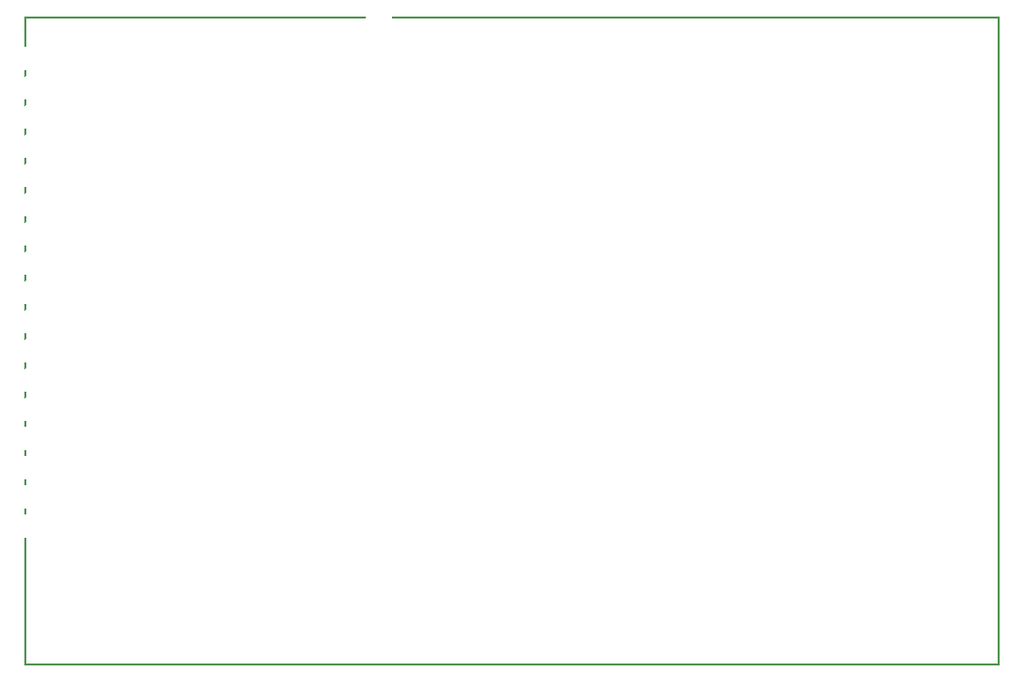
<source format=gbo>
G04 MADE WITH FRITZING*
G04 WWW.FRITZING.ORG*
G04 DOUBLE SIDED*
G04 HOLES PLATED*
G04 CONTOUR ON CENTER OF CONTOUR VECTOR*
%ASAXBY*%
%FSLAX23Y23*%
%MOIN*%
%OFA0B0*%
%SFA1.0B1.0*%
%ADD10R,0.001000X0.001000*%
%LNSILK0*%
G90*
G70*
G54D10*
X0Y2222D02*
X1166Y2222D01*
X1255Y2222D02*
X3332Y2222D01*
X0Y2221D02*
X1166Y2221D01*
X1255Y2221D02*
X3332Y2221D01*
X0Y2220D02*
X1166Y2220D01*
X1255Y2220D02*
X3332Y2220D01*
X0Y2219D02*
X1166Y2219D01*
X1255Y2219D02*
X3332Y2219D01*
X0Y2218D02*
X1166Y2218D01*
X1255Y2218D02*
X3332Y2218D01*
X0Y2217D02*
X1166Y2217D01*
X1255Y2217D02*
X3332Y2217D01*
X0Y2216D02*
X1166Y2216D01*
X1255Y2216D02*
X3332Y2216D01*
X0Y2215D02*
X1166Y2215D01*
X1255Y2215D02*
X3332Y2215D01*
X0Y2214D02*
X7Y2214D01*
X3325Y2214D02*
X3332Y2214D01*
X0Y2213D02*
X7Y2213D01*
X3325Y2213D02*
X3332Y2213D01*
X0Y2212D02*
X7Y2212D01*
X3325Y2212D02*
X3332Y2212D01*
X0Y2211D02*
X7Y2211D01*
X3325Y2211D02*
X3332Y2211D01*
X0Y2210D02*
X7Y2210D01*
X3325Y2210D02*
X3332Y2210D01*
X0Y2209D02*
X7Y2209D01*
X3325Y2209D02*
X3332Y2209D01*
X0Y2208D02*
X7Y2208D01*
X3325Y2208D02*
X3332Y2208D01*
X0Y2207D02*
X7Y2207D01*
X3325Y2207D02*
X3332Y2207D01*
X0Y2206D02*
X7Y2206D01*
X3325Y2206D02*
X3332Y2206D01*
X0Y2205D02*
X7Y2205D01*
X3325Y2205D02*
X3332Y2205D01*
X0Y2204D02*
X7Y2204D01*
X3325Y2204D02*
X3332Y2204D01*
X0Y2203D02*
X7Y2203D01*
X3325Y2203D02*
X3332Y2203D01*
X0Y2202D02*
X7Y2202D01*
X3325Y2202D02*
X3332Y2202D01*
X0Y2201D02*
X7Y2201D01*
X3325Y2201D02*
X3332Y2201D01*
X0Y2200D02*
X7Y2200D01*
X3325Y2200D02*
X3332Y2200D01*
X0Y2199D02*
X7Y2199D01*
X3325Y2199D02*
X3332Y2199D01*
X0Y2198D02*
X7Y2198D01*
X3325Y2198D02*
X3332Y2198D01*
X0Y2197D02*
X7Y2197D01*
X3325Y2197D02*
X3332Y2197D01*
X0Y2196D02*
X7Y2196D01*
X3325Y2196D02*
X3332Y2196D01*
X0Y2195D02*
X7Y2195D01*
X3325Y2195D02*
X3332Y2195D01*
X0Y2194D02*
X7Y2194D01*
X3325Y2194D02*
X3332Y2194D01*
X0Y2193D02*
X7Y2193D01*
X3325Y2193D02*
X3332Y2193D01*
X0Y2192D02*
X7Y2192D01*
X3325Y2192D02*
X3332Y2192D01*
X0Y2191D02*
X7Y2191D01*
X3325Y2191D02*
X3332Y2191D01*
X0Y2190D02*
X7Y2190D01*
X3325Y2190D02*
X3332Y2190D01*
X0Y2189D02*
X7Y2189D01*
X3325Y2189D02*
X3332Y2189D01*
X0Y2188D02*
X7Y2188D01*
X3325Y2188D02*
X3332Y2188D01*
X0Y2187D02*
X7Y2187D01*
X3325Y2187D02*
X3332Y2187D01*
X0Y2186D02*
X7Y2186D01*
X3325Y2186D02*
X3332Y2186D01*
X0Y2185D02*
X7Y2185D01*
X3325Y2185D02*
X3332Y2185D01*
X0Y2184D02*
X7Y2184D01*
X3325Y2184D02*
X3332Y2184D01*
X0Y2183D02*
X7Y2183D01*
X3325Y2183D02*
X3332Y2183D01*
X0Y2182D02*
X7Y2182D01*
X3325Y2182D02*
X3332Y2182D01*
X0Y2181D02*
X7Y2181D01*
X3325Y2181D02*
X3332Y2181D01*
X0Y2180D02*
X7Y2180D01*
X3325Y2180D02*
X3332Y2180D01*
X0Y2179D02*
X7Y2179D01*
X3325Y2179D02*
X3332Y2179D01*
X0Y2178D02*
X7Y2178D01*
X3325Y2178D02*
X3332Y2178D01*
X0Y2177D02*
X7Y2177D01*
X3325Y2177D02*
X3332Y2177D01*
X0Y2176D02*
X7Y2176D01*
X3325Y2176D02*
X3332Y2176D01*
X0Y2175D02*
X7Y2175D01*
X3325Y2175D02*
X3332Y2175D01*
X0Y2174D02*
X7Y2174D01*
X3325Y2174D02*
X3332Y2174D01*
X0Y2173D02*
X7Y2173D01*
X3325Y2173D02*
X3332Y2173D01*
X0Y2172D02*
X7Y2172D01*
X3325Y2172D02*
X3332Y2172D01*
X0Y2171D02*
X7Y2171D01*
X3325Y2171D02*
X3332Y2171D01*
X0Y2170D02*
X7Y2170D01*
X3325Y2170D02*
X3332Y2170D01*
X0Y2169D02*
X7Y2169D01*
X3325Y2169D02*
X3332Y2169D01*
X0Y2168D02*
X7Y2168D01*
X3325Y2168D02*
X3332Y2168D01*
X0Y2167D02*
X7Y2167D01*
X3325Y2167D02*
X3332Y2167D01*
X0Y2166D02*
X7Y2166D01*
X3325Y2166D02*
X3332Y2166D01*
X0Y2165D02*
X7Y2165D01*
X3325Y2165D02*
X3332Y2165D01*
X0Y2164D02*
X7Y2164D01*
X3325Y2164D02*
X3332Y2164D01*
X0Y2163D02*
X7Y2163D01*
X3325Y2163D02*
X3332Y2163D01*
X0Y2162D02*
X7Y2162D01*
X3325Y2162D02*
X3332Y2162D01*
X0Y2161D02*
X7Y2161D01*
X3325Y2161D02*
X3332Y2161D01*
X0Y2160D02*
X7Y2160D01*
X3325Y2160D02*
X3332Y2160D01*
X0Y2159D02*
X7Y2159D01*
X3325Y2159D02*
X3332Y2159D01*
X0Y2158D02*
X7Y2158D01*
X3325Y2158D02*
X3332Y2158D01*
X0Y2157D02*
X7Y2157D01*
X3325Y2157D02*
X3332Y2157D01*
X0Y2156D02*
X7Y2156D01*
X3325Y2156D02*
X3332Y2156D01*
X0Y2155D02*
X7Y2155D01*
X3325Y2155D02*
X3332Y2155D01*
X0Y2154D02*
X7Y2154D01*
X3325Y2154D02*
X3332Y2154D01*
X0Y2153D02*
X7Y2153D01*
X3325Y2153D02*
X3332Y2153D01*
X0Y2152D02*
X7Y2152D01*
X3325Y2152D02*
X3332Y2152D01*
X0Y2151D02*
X7Y2151D01*
X3325Y2151D02*
X3332Y2151D01*
X0Y2150D02*
X7Y2150D01*
X3325Y2150D02*
X3332Y2150D01*
X0Y2149D02*
X7Y2149D01*
X3325Y2149D02*
X3332Y2149D01*
X0Y2148D02*
X7Y2148D01*
X3325Y2148D02*
X3332Y2148D01*
X0Y2147D02*
X7Y2147D01*
X3325Y2147D02*
X3332Y2147D01*
X0Y2146D02*
X7Y2146D01*
X3325Y2146D02*
X3332Y2146D01*
X0Y2145D02*
X7Y2145D01*
X3325Y2145D02*
X3332Y2145D01*
X0Y2144D02*
X7Y2144D01*
X3325Y2144D02*
X3332Y2144D01*
X0Y2143D02*
X7Y2143D01*
X3325Y2143D02*
X3332Y2143D01*
X0Y2142D02*
X7Y2142D01*
X3325Y2142D02*
X3332Y2142D01*
X0Y2141D02*
X7Y2141D01*
X3325Y2141D02*
X3332Y2141D01*
X0Y2140D02*
X7Y2140D01*
X3325Y2140D02*
X3332Y2140D01*
X0Y2139D02*
X7Y2139D01*
X3325Y2139D02*
X3332Y2139D01*
X0Y2138D02*
X7Y2138D01*
X3325Y2138D02*
X3332Y2138D01*
X0Y2137D02*
X7Y2137D01*
X3325Y2137D02*
X3332Y2137D01*
X0Y2136D02*
X7Y2136D01*
X3325Y2136D02*
X3332Y2136D01*
X0Y2135D02*
X7Y2135D01*
X3325Y2135D02*
X3332Y2135D01*
X0Y2134D02*
X7Y2134D01*
X3325Y2134D02*
X3332Y2134D01*
X0Y2133D02*
X7Y2133D01*
X3325Y2133D02*
X3332Y2133D01*
X0Y2132D02*
X7Y2132D01*
X3325Y2132D02*
X3332Y2132D01*
X0Y2131D02*
X7Y2131D01*
X3325Y2131D02*
X3332Y2131D01*
X0Y2130D02*
X7Y2130D01*
X3325Y2130D02*
X3332Y2130D01*
X0Y2129D02*
X7Y2129D01*
X3325Y2129D02*
X3332Y2129D01*
X0Y2128D02*
X7Y2128D01*
X3325Y2128D02*
X3332Y2128D01*
X0Y2127D02*
X7Y2127D01*
X3325Y2127D02*
X3332Y2127D01*
X0Y2126D02*
X7Y2126D01*
X3325Y2126D02*
X3332Y2126D01*
X0Y2125D02*
X7Y2125D01*
X3325Y2125D02*
X3332Y2125D01*
X0Y2124D02*
X7Y2124D01*
X3325Y2124D02*
X3332Y2124D01*
X0Y2123D02*
X7Y2123D01*
X3325Y2123D02*
X3332Y2123D01*
X0Y2122D02*
X7Y2122D01*
X3325Y2122D02*
X3332Y2122D01*
X0Y2121D02*
X7Y2121D01*
X3325Y2121D02*
X3332Y2121D01*
X0Y2120D02*
X7Y2120D01*
X3325Y2120D02*
X3332Y2120D01*
X0Y2119D02*
X7Y2119D01*
X3325Y2119D02*
X3332Y2119D01*
X3325Y2118D02*
X3332Y2118D01*
X3325Y2117D02*
X3332Y2117D01*
X3325Y2116D02*
X3332Y2116D01*
X3325Y2115D02*
X3332Y2115D01*
X3325Y2114D02*
X3332Y2114D01*
X3325Y2113D02*
X3332Y2113D01*
X3325Y2112D02*
X3332Y2112D01*
X3325Y2111D02*
X3332Y2111D01*
X3325Y2110D02*
X3332Y2110D01*
X3325Y2109D02*
X3332Y2109D01*
X3325Y2108D02*
X3332Y2108D01*
X3325Y2107D02*
X3332Y2107D01*
X3325Y2106D02*
X3332Y2106D01*
X3325Y2105D02*
X3332Y2105D01*
X3325Y2104D02*
X3332Y2104D01*
X3325Y2103D02*
X3332Y2103D01*
X3325Y2102D02*
X3332Y2102D01*
X3325Y2101D02*
X3332Y2101D01*
X3325Y2100D02*
X3332Y2100D01*
X3325Y2099D02*
X3332Y2099D01*
X3325Y2098D02*
X3332Y2098D01*
X3325Y2097D02*
X3332Y2097D01*
X3325Y2096D02*
X3332Y2096D01*
X3325Y2095D02*
X3332Y2095D01*
X3325Y2094D02*
X3332Y2094D01*
X3325Y2093D02*
X3332Y2093D01*
X3325Y2092D02*
X3332Y2092D01*
X3325Y2091D02*
X3332Y2091D01*
X3325Y2090D02*
X3332Y2090D01*
X3325Y2089D02*
X3332Y2089D01*
X3325Y2088D02*
X3332Y2088D01*
X3325Y2087D02*
X3332Y2087D01*
X3325Y2086D02*
X3332Y2086D01*
X3325Y2085D02*
X3332Y2085D01*
X3325Y2084D02*
X3332Y2084D01*
X3325Y2083D02*
X3332Y2083D01*
X3325Y2082D02*
X3332Y2082D01*
X3325Y2081D02*
X3332Y2081D01*
X3325Y2080D02*
X3332Y2080D01*
X3325Y2079D02*
X3332Y2079D01*
X3325Y2078D02*
X3332Y2078D01*
X3325Y2077D02*
X3332Y2077D01*
X3325Y2076D02*
X3332Y2076D01*
X3325Y2075D02*
X3332Y2075D01*
X3325Y2074D02*
X3332Y2074D01*
X3325Y2073D02*
X3332Y2073D01*
X3325Y2072D02*
X3332Y2072D01*
X3325Y2071D02*
X3332Y2071D01*
X3325Y2070D02*
X3332Y2070D01*
X3325Y2069D02*
X3332Y2069D01*
X3325Y2068D02*
X3332Y2068D01*
X3325Y2067D02*
X3332Y2067D01*
X3325Y2066D02*
X3332Y2066D01*
X3325Y2065D02*
X3332Y2065D01*
X3325Y2064D02*
X3332Y2064D01*
X3325Y2063D02*
X3332Y2063D01*
X3325Y2062D02*
X3332Y2062D01*
X3325Y2061D02*
X3332Y2061D01*
X3325Y2060D02*
X3332Y2060D01*
X3325Y2059D02*
X3332Y2059D01*
X3325Y2058D02*
X3332Y2058D01*
X3325Y2057D02*
X3332Y2057D01*
X3325Y2056D02*
X3332Y2056D01*
X3325Y2055D02*
X3332Y2055D01*
X3325Y2054D02*
X3332Y2054D01*
X3325Y2053D02*
X3332Y2053D01*
X3325Y2052D02*
X3332Y2052D01*
X3325Y2051D02*
X3332Y2051D01*
X3325Y2050D02*
X3332Y2050D01*
X3325Y2049D02*
X3332Y2049D01*
X3325Y2048D02*
X3332Y2048D01*
X3325Y2047D02*
X3332Y2047D01*
X3325Y2046D02*
X3332Y2046D01*
X3325Y2045D02*
X3332Y2045D01*
X3325Y2044D02*
X3332Y2044D01*
X3325Y2043D02*
X3332Y2043D01*
X3325Y2042D02*
X3332Y2042D01*
X3325Y2041D02*
X3332Y2041D01*
X3325Y2040D02*
X3332Y2040D01*
X3325Y2039D02*
X3332Y2039D01*
X3325Y2038D02*
X3332Y2038D01*
X0Y2037D02*
X7Y2037D01*
X3325Y2037D02*
X3332Y2037D01*
X0Y2036D02*
X7Y2036D01*
X3325Y2036D02*
X3332Y2036D01*
X0Y2035D02*
X7Y2035D01*
X3325Y2035D02*
X3332Y2035D01*
X0Y2034D02*
X7Y2034D01*
X3325Y2034D02*
X3332Y2034D01*
X0Y2033D02*
X7Y2033D01*
X3325Y2033D02*
X3332Y2033D01*
X0Y2032D02*
X7Y2032D01*
X3325Y2032D02*
X3332Y2032D01*
X0Y2031D02*
X7Y2031D01*
X3325Y2031D02*
X3332Y2031D01*
X0Y2030D02*
X7Y2030D01*
X3325Y2030D02*
X3332Y2030D01*
X0Y2029D02*
X7Y2029D01*
X3325Y2029D02*
X3332Y2029D01*
X0Y2028D02*
X7Y2028D01*
X3325Y2028D02*
X3332Y2028D01*
X0Y2027D02*
X7Y2027D01*
X3325Y2027D02*
X3332Y2027D01*
X0Y2026D02*
X7Y2026D01*
X3325Y2026D02*
X3332Y2026D01*
X0Y2025D02*
X7Y2025D01*
X3325Y2025D02*
X3332Y2025D01*
X0Y2024D02*
X7Y2024D01*
X3325Y2024D02*
X3332Y2024D01*
X0Y2023D02*
X7Y2023D01*
X3325Y2023D02*
X3332Y2023D01*
X0Y2022D02*
X7Y2022D01*
X3325Y2022D02*
X3332Y2022D01*
X0Y2021D02*
X7Y2021D01*
X3325Y2021D02*
X3332Y2021D01*
X0Y2020D02*
X7Y2020D01*
X3325Y2020D02*
X3332Y2020D01*
X0Y2019D02*
X7Y2019D01*
X3325Y2019D02*
X3332Y2019D01*
X0Y2018D02*
X5Y2018D01*
X3325Y2018D02*
X3332Y2018D01*
X0Y2017D02*
X1Y2017D01*
X3325Y2017D02*
X3332Y2017D01*
X3325Y2016D02*
X3332Y2016D01*
X3325Y2015D02*
X3332Y2015D01*
X3325Y2014D02*
X3332Y2014D01*
X3325Y2013D02*
X3332Y2013D01*
X3325Y2012D02*
X3332Y2012D01*
X3325Y2011D02*
X3332Y2011D01*
X3325Y2010D02*
X3332Y2010D01*
X3325Y2009D02*
X3332Y2009D01*
X3325Y2008D02*
X3332Y2008D01*
X3325Y2007D02*
X3332Y2007D01*
X3325Y2006D02*
X3332Y2006D01*
X3325Y2005D02*
X3332Y2005D01*
X3325Y2004D02*
X3332Y2004D01*
X3325Y2003D02*
X3332Y2003D01*
X3325Y2002D02*
X3332Y2002D01*
X3325Y2001D02*
X3332Y2001D01*
X3325Y2000D02*
X3332Y2000D01*
X3325Y1999D02*
X3332Y1999D01*
X3325Y1998D02*
X3332Y1998D01*
X3325Y1997D02*
X3332Y1997D01*
X3325Y1996D02*
X3332Y1996D01*
X3325Y1995D02*
X3332Y1995D01*
X3325Y1994D02*
X3332Y1994D01*
X3325Y1993D02*
X3332Y1993D01*
X3325Y1992D02*
X3332Y1992D01*
X3325Y1991D02*
X3332Y1991D01*
X3325Y1990D02*
X3332Y1990D01*
X3325Y1989D02*
X3332Y1989D01*
X3325Y1988D02*
X3332Y1988D01*
X3325Y1987D02*
X3332Y1987D01*
X3325Y1986D02*
X3332Y1986D01*
X3325Y1985D02*
X3332Y1985D01*
X3325Y1984D02*
X3332Y1984D01*
X3325Y1983D02*
X3332Y1983D01*
X3325Y1982D02*
X3332Y1982D01*
X3325Y1981D02*
X3332Y1981D01*
X3325Y1980D02*
X3332Y1980D01*
X3325Y1979D02*
X3332Y1979D01*
X3325Y1978D02*
X3332Y1978D01*
X3325Y1977D02*
X3332Y1977D01*
X3325Y1976D02*
X3332Y1976D01*
X3325Y1975D02*
X3332Y1975D01*
X3325Y1974D02*
X3332Y1974D01*
X3325Y1973D02*
X3332Y1973D01*
X3325Y1972D02*
X3332Y1972D01*
X3325Y1971D02*
X3332Y1971D01*
X3325Y1970D02*
X3332Y1970D01*
X3325Y1969D02*
X3332Y1969D01*
X3325Y1968D02*
X3332Y1968D01*
X3325Y1967D02*
X3332Y1967D01*
X3325Y1966D02*
X3332Y1966D01*
X3325Y1965D02*
X3332Y1965D01*
X3325Y1964D02*
X3332Y1964D01*
X3325Y1963D02*
X3332Y1963D01*
X3325Y1962D02*
X3332Y1962D01*
X3325Y1961D02*
X3332Y1961D01*
X3325Y1960D02*
X3332Y1960D01*
X3325Y1959D02*
X3332Y1959D01*
X3325Y1958D02*
X3332Y1958D01*
X3325Y1957D02*
X3332Y1957D01*
X3325Y1956D02*
X3332Y1956D01*
X3325Y1955D02*
X3332Y1955D01*
X3325Y1954D02*
X3332Y1954D01*
X3325Y1953D02*
X3332Y1953D01*
X3325Y1952D02*
X3332Y1952D01*
X3325Y1951D02*
X3332Y1951D01*
X3325Y1950D02*
X3332Y1950D01*
X3325Y1949D02*
X3332Y1949D01*
X3325Y1948D02*
X3332Y1948D01*
X3325Y1947D02*
X3332Y1947D01*
X3325Y1946D02*
X3332Y1946D01*
X3325Y1945D02*
X3332Y1945D01*
X3325Y1944D02*
X3332Y1944D01*
X3325Y1943D02*
X3332Y1943D01*
X3325Y1942D02*
X3332Y1942D01*
X3325Y1941D02*
X3332Y1941D01*
X3325Y1940D02*
X3332Y1940D01*
X0Y1939D02*
X1Y1939D01*
X3325Y1939D02*
X3332Y1939D01*
X0Y1938D02*
X7Y1938D01*
X3325Y1938D02*
X3332Y1938D01*
X0Y1937D02*
X7Y1937D01*
X3325Y1937D02*
X3332Y1937D01*
X0Y1936D02*
X7Y1936D01*
X3325Y1936D02*
X3332Y1936D01*
X0Y1935D02*
X7Y1935D01*
X3325Y1935D02*
X3332Y1935D01*
X0Y1934D02*
X7Y1934D01*
X3325Y1934D02*
X3332Y1934D01*
X0Y1933D02*
X7Y1933D01*
X3325Y1933D02*
X3332Y1933D01*
X0Y1932D02*
X7Y1932D01*
X3325Y1932D02*
X3332Y1932D01*
X0Y1931D02*
X7Y1931D01*
X3325Y1931D02*
X3332Y1931D01*
X0Y1930D02*
X7Y1930D01*
X3325Y1930D02*
X3332Y1930D01*
X0Y1929D02*
X7Y1929D01*
X3325Y1929D02*
X3332Y1929D01*
X0Y1928D02*
X7Y1928D01*
X3325Y1928D02*
X3332Y1928D01*
X0Y1927D02*
X7Y1927D01*
X3325Y1927D02*
X3332Y1927D01*
X0Y1926D02*
X7Y1926D01*
X3325Y1926D02*
X3332Y1926D01*
X0Y1925D02*
X7Y1925D01*
X3325Y1925D02*
X3332Y1925D01*
X0Y1924D02*
X7Y1924D01*
X3325Y1924D02*
X3332Y1924D01*
X0Y1923D02*
X7Y1923D01*
X3325Y1923D02*
X3332Y1923D01*
X0Y1922D02*
X7Y1922D01*
X3325Y1922D02*
X3332Y1922D01*
X0Y1921D02*
X7Y1921D01*
X3325Y1921D02*
X3332Y1921D01*
X0Y1920D02*
X7Y1920D01*
X3325Y1920D02*
X3332Y1920D01*
X0Y1919D02*
X7Y1919D01*
X3325Y1919D02*
X3332Y1919D01*
X0Y1918D02*
X5Y1918D01*
X3325Y1918D02*
X3332Y1918D01*
X0Y1917D02*
X1Y1917D01*
X3325Y1917D02*
X3332Y1917D01*
X3325Y1916D02*
X3332Y1916D01*
X3325Y1915D02*
X3332Y1915D01*
X3325Y1914D02*
X3332Y1914D01*
X3325Y1913D02*
X3332Y1913D01*
X3325Y1912D02*
X3332Y1912D01*
X3325Y1911D02*
X3332Y1911D01*
X3325Y1910D02*
X3332Y1910D01*
X3325Y1909D02*
X3332Y1909D01*
X3325Y1908D02*
X3332Y1908D01*
X3325Y1907D02*
X3332Y1907D01*
X3325Y1906D02*
X3332Y1906D01*
X3325Y1905D02*
X3332Y1905D01*
X3325Y1904D02*
X3332Y1904D01*
X3325Y1903D02*
X3332Y1903D01*
X3325Y1902D02*
X3332Y1902D01*
X3325Y1901D02*
X3332Y1901D01*
X3325Y1900D02*
X3332Y1900D01*
X3325Y1899D02*
X3332Y1899D01*
X3325Y1898D02*
X3332Y1898D01*
X3325Y1897D02*
X3332Y1897D01*
X3325Y1896D02*
X3332Y1896D01*
X3325Y1895D02*
X3332Y1895D01*
X3325Y1894D02*
X3332Y1894D01*
X3325Y1893D02*
X3332Y1893D01*
X3325Y1892D02*
X3332Y1892D01*
X3325Y1891D02*
X3332Y1891D01*
X3325Y1890D02*
X3332Y1890D01*
X3325Y1889D02*
X3332Y1889D01*
X3325Y1888D02*
X3332Y1888D01*
X3325Y1887D02*
X3332Y1887D01*
X3325Y1886D02*
X3332Y1886D01*
X3325Y1885D02*
X3332Y1885D01*
X3325Y1884D02*
X3332Y1884D01*
X3325Y1883D02*
X3332Y1883D01*
X3325Y1882D02*
X3332Y1882D01*
X3325Y1881D02*
X3332Y1881D01*
X3325Y1880D02*
X3332Y1880D01*
X3325Y1879D02*
X3332Y1879D01*
X3325Y1878D02*
X3332Y1878D01*
X3325Y1877D02*
X3332Y1877D01*
X3325Y1876D02*
X3332Y1876D01*
X3325Y1875D02*
X3332Y1875D01*
X3325Y1874D02*
X3332Y1874D01*
X3325Y1873D02*
X3332Y1873D01*
X3325Y1872D02*
X3332Y1872D01*
X3325Y1871D02*
X3332Y1871D01*
X3325Y1870D02*
X3332Y1870D01*
X3325Y1869D02*
X3332Y1869D01*
X3325Y1868D02*
X3332Y1868D01*
X3325Y1867D02*
X3332Y1867D01*
X3325Y1866D02*
X3332Y1866D01*
X3325Y1865D02*
X3332Y1865D01*
X3325Y1864D02*
X3332Y1864D01*
X3325Y1863D02*
X3332Y1863D01*
X3325Y1862D02*
X3332Y1862D01*
X3325Y1861D02*
X3332Y1861D01*
X3325Y1860D02*
X3332Y1860D01*
X3325Y1859D02*
X3332Y1859D01*
X3325Y1858D02*
X3332Y1858D01*
X3325Y1857D02*
X3332Y1857D01*
X3325Y1856D02*
X3332Y1856D01*
X3325Y1855D02*
X3332Y1855D01*
X3325Y1854D02*
X3332Y1854D01*
X3325Y1853D02*
X3332Y1853D01*
X3325Y1852D02*
X3332Y1852D01*
X3325Y1851D02*
X3332Y1851D01*
X3325Y1850D02*
X3332Y1850D01*
X3325Y1849D02*
X3332Y1849D01*
X3325Y1848D02*
X3332Y1848D01*
X3325Y1847D02*
X3332Y1847D01*
X3325Y1846D02*
X3332Y1846D01*
X3325Y1845D02*
X3332Y1845D01*
X3325Y1844D02*
X3332Y1844D01*
X3325Y1843D02*
X3332Y1843D01*
X3325Y1842D02*
X3332Y1842D01*
X3325Y1841D02*
X3332Y1841D01*
X3325Y1840D02*
X3332Y1840D01*
X0Y1839D02*
X2Y1839D01*
X3325Y1839D02*
X3332Y1839D01*
X0Y1838D02*
X7Y1838D01*
X3325Y1838D02*
X3332Y1838D01*
X0Y1837D02*
X7Y1837D01*
X3325Y1837D02*
X3332Y1837D01*
X0Y1836D02*
X7Y1836D01*
X3325Y1836D02*
X3332Y1836D01*
X0Y1835D02*
X7Y1835D01*
X3325Y1835D02*
X3332Y1835D01*
X0Y1834D02*
X7Y1834D01*
X3325Y1834D02*
X3332Y1834D01*
X0Y1833D02*
X7Y1833D01*
X3325Y1833D02*
X3332Y1833D01*
X0Y1832D02*
X7Y1832D01*
X3325Y1832D02*
X3332Y1832D01*
X0Y1831D02*
X7Y1831D01*
X3325Y1831D02*
X3332Y1831D01*
X0Y1830D02*
X7Y1830D01*
X3325Y1830D02*
X3332Y1830D01*
X0Y1829D02*
X7Y1829D01*
X3325Y1829D02*
X3332Y1829D01*
X0Y1828D02*
X7Y1828D01*
X3325Y1828D02*
X3332Y1828D01*
X0Y1827D02*
X7Y1827D01*
X3325Y1827D02*
X3332Y1827D01*
X0Y1826D02*
X7Y1826D01*
X3325Y1826D02*
X3332Y1826D01*
X0Y1825D02*
X7Y1825D01*
X3325Y1825D02*
X3332Y1825D01*
X0Y1824D02*
X7Y1824D01*
X3325Y1824D02*
X3332Y1824D01*
X0Y1823D02*
X7Y1823D01*
X3325Y1823D02*
X3332Y1823D01*
X0Y1822D02*
X7Y1822D01*
X3325Y1822D02*
X3332Y1822D01*
X0Y1821D02*
X7Y1821D01*
X3325Y1821D02*
X3332Y1821D01*
X0Y1820D02*
X7Y1820D01*
X3325Y1820D02*
X3332Y1820D01*
X0Y1819D02*
X7Y1819D01*
X3325Y1819D02*
X3332Y1819D01*
X0Y1818D02*
X5Y1818D01*
X3325Y1818D02*
X3332Y1818D01*
X0Y1817D02*
X1Y1817D01*
X3325Y1817D02*
X3332Y1817D01*
X3325Y1816D02*
X3332Y1816D01*
X3325Y1815D02*
X3332Y1815D01*
X3325Y1814D02*
X3332Y1814D01*
X3325Y1813D02*
X3332Y1813D01*
X3325Y1812D02*
X3332Y1812D01*
X3325Y1811D02*
X3332Y1811D01*
X3325Y1810D02*
X3332Y1810D01*
X3325Y1809D02*
X3332Y1809D01*
X3325Y1808D02*
X3332Y1808D01*
X3325Y1807D02*
X3332Y1807D01*
X3325Y1806D02*
X3332Y1806D01*
X3325Y1805D02*
X3332Y1805D01*
X3325Y1804D02*
X3332Y1804D01*
X3325Y1803D02*
X3332Y1803D01*
X3325Y1802D02*
X3332Y1802D01*
X3325Y1801D02*
X3332Y1801D01*
X3325Y1800D02*
X3332Y1800D01*
X3325Y1799D02*
X3332Y1799D01*
X3325Y1798D02*
X3332Y1798D01*
X3325Y1797D02*
X3332Y1797D01*
X3325Y1796D02*
X3332Y1796D01*
X3325Y1795D02*
X3332Y1795D01*
X3325Y1794D02*
X3332Y1794D01*
X3325Y1793D02*
X3332Y1793D01*
X3325Y1792D02*
X3332Y1792D01*
X3325Y1791D02*
X3332Y1791D01*
X3325Y1790D02*
X3332Y1790D01*
X3325Y1789D02*
X3332Y1789D01*
X3325Y1788D02*
X3332Y1788D01*
X3325Y1787D02*
X3332Y1787D01*
X3325Y1786D02*
X3332Y1786D01*
X3325Y1785D02*
X3332Y1785D01*
X3325Y1784D02*
X3332Y1784D01*
X3325Y1783D02*
X3332Y1783D01*
X3325Y1782D02*
X3332Y1782D01*
X3325Y1781D02*
X3332Y1781D01*
X3325Y1780D02*
X3332Y1780D01*
X3325Y1779D02*
X3332Y1779D01*
X3325Y1778D02*
X3332Y1778D01*
X3325Y1777D02*
X3332Y1777D01*
X3325Y1776D02*
X3332Y1776D01*
X3325Y1775D02*
X3332Y1775D01*
X3325Y1774D02*
X3332Y1774D01*
X3325Y1773D02*
X3332Y1773D01*
X3325Y1772D02*
X3332Y1772D01*
X3325Y1771D02*
X3332Y1771D01*
X3325Y1770D02*
X3332Y1770D01*
X3325Y1769D02*
X3332Y1769D01*
X3325Y1768D02*
X3332Y1768D01*
X3325Y1767D02*
X3332Y1767D01*
X3325Y1766D02*
X3332Y1766D01*
X3325Y1765D02*
X3332Y1765D01*
X3325Y1764D02*
X3332Y1764D01*
X3325Y1763D02*
X3332Y1763D01*
X3325Y1762D02*
X3332Y1762D01*
X3325Y1761D02*
X3332Y1761D01*
X3325Y1760D02*
X3332Y1760D01*
X3325Y1759D02*
X3332Y1759D01*
X3325Y1758D02*
X3332Y1758D01*
X3325Y1757D02*
X3332Y1757D01*
X3325Y1756D02*
X3332Y1756D01*
X3325Y1755D02*
X3332Y1755D01*
X3325Y1754D02*
X3332Y1754D01*
X3325Y1753D02*
X3332Y1753D01*
X3325Y1752D02*
X3332Y1752D01*
X3325Y1751D02*
X3332Y1751D01*
X3325Y1750D02*
X3332Y1750D01*
X3325Y1749D02*
X3332Y1749D01*
X3325Y1748D02*
X3332Y1748D01*
X3325Y1747D02*
X3332Y1747D01*
X3325Y1746D02*
X3332Y1746D01*
X3325Y1745D02*
X3332Y1745D01*
X3325Y1744D02*
X3332Y1744D01*
X3325Y1743D02*
X3332Y1743D01*
X3325Y1742D02*
X3332Y1742D01*
X3325Y1741D02*
X3332Y1741D01*
X3325Y1740D02*
X3332Y1740D01*
X0Y1739D02*
X2Y1739D01*
X3325Y1739D02*
X3332Y1739D01*
X0Y1738D02*
X7Y1738D01*
X3325Y1738D02*
X3332Y1738D01*
X0Y1737D02*
X7Y1737D01*
X3325Y1737D02*
X3332Y1737D01*
X0Y1736D02*
X7Y1736D01*
X3325Y1736D02*
X3332Y1736D01*
X0Y1735D02*
X7Y1735D01*
X3325Y1735D02*
X3332Y1735D01*
X0Y1734D02*
X7Y1734D01*
X3325Y1734D02*
X3332Y1734D01*
X0Y1733D02*
X7Y1733D01*
X3325Y1733D02*
X3332Y1733D01*
X0Y1732D02*
X7Y1732D01*
X3325Y1732D02*
X3332Y1732D01*
X0Y1731D02*
X7Y1731D01*
X3325Y1731D02*
X3332Y1731D01*
X0Y1730D02*
X7Y1730D01*
X3325Y1730D02*
X3332Y1730D01*
X0Y1729D02*
X7Y1729D01*
X3325Y1729D02*
X3332Y1729D01*
X0Y1728D02*
X7Y1728D01*
X3325Y1728D02*
X3332Y1728D01*
X0Y1727D02*
X7Y1727D01*
X3325Y1727D02*
X3332Y1727D01*
X0Y1726D02*
X7Y1726D01*
X3325Y1726D02*
X3332Y1726D01*
X0Y1725D02*
X7Y1725D01*
X3325Y1725D02*
X3332Y1725D01*
X0Y1724D02*
X7Y1724D01*
X3325Y1724D02*
X3332Y1724D01*
X0Y1723D02*
X7Y1723D01*
X3325Y1723D02*
X3332Y1723D01*
X0Y1722D02*
X7Y1722D01*
X3325Y1722D02*
X3332Y1722D01*
X0Y1721D02*
X7Y1721D01*
X3325Y1721D02*
X3332Y1721D01*
X0Y1720D02*
X7Y1720D01*
X3325Y1720D02*
X3332Y1720D01*
X0Y1719D02*
X7Y1719D01*
X3325Y1719D02*
X3332Y1719D01*
X0Y1718D02*
X5Y1718D01*
X3325Y1718D02*
X3332Y1718D01*
X0Y1717D02*
X1Y1717D01*
X3325Y1717D02*
X3332Y1717D01*
X3325Y1716D02*
X3332Y1716D01*
X3325Y1715D02*
X3332Y1715D01*
X3325Y1714D02*
X3332Y1714D01*
X3325Y1713D02*
X3332Y1713D01*
X3325Y1712D02*
X3332Y1712D01*
X3325Y1711D02*
X3332Y1711D01*
X3325Y1710D02*
X3332Y1710D01*
X3325Y1709D02*
X3332Y1709D01*
X3325Y1708D02*
X3332Y1708D01*
X3325Y1707D02*
X3332Y1707D01*
X3325Y1706D02*
X3332Y1706D01*
X3325Y1705D02*
X3332Y1705D01*
X3325Y1704D02*
X3332Y1704D01*
X3325Y1703D02*
X3332Y1703D01*
X3325Y1702D02*
X3332Y1702D01*
X3325Y1701D02*
X3332Y1701D01*
X3325Y1700D02*
X3332Y1700D01*
X3325Y1699D02*
X3332Y1699D01*
X3325Y1698D02*
X3332Y1698D01*
X3325Y1697D02*
X3332Y1697D01*
X3325Y1696D02*
X3332Y1696D01*
X3325Y1695D02*
X3332Y1695D01*
X3325Y1694D02*
X3332Y1694D01*
X3325Y1693D02*
X3332Y1693D01*
X3325Y1692D02*
X3332Y1692D01*
X3325Y1691D02*
X3332Y1691D01*
X3325Y1690D02*
X3332Y1690D01*
X3325Y1689D02*
X3332Y1689D01*
X3325Y1688D02*
X3332Y1688D01*
X3325Y1687D02*
X3332Y1687D01*
X3325Y1686D02*
X3332Y1686D01*
X3325Y1685D02*
X3332Y1685D01*
X3325Y1684D02*
X3332Y1684D01*
X3325Y1683D02*
X3332Y1683D01*
X3325Y1682D02*
X3332Y1682D01*
X3325Y1681D02*
X3332Y1681D01*
X3325Y1680D02*
X3332Y1680D01*
X3325Y1679D02*
X3332Y1679D01*
X3325Y1678D02*
X3332Y1678D01*
X3325Y1677D02*
X3332Y1677D01*
X3325Y1676D02*
X3332Y1676D01*
X3325Y1675D02*
X3332Y1675D01*
X3325Y1674D02*
X3332Y1674D01*
X3325Y1673D02*
X3332Y1673D01*
X3325Y1672D02*
X3332Y1672D01*
X3325Y1671D02*
X3332Y1671D01*
X3325Y1670D02*
X3332Y1670D01*
X3325Y1669D02*
X3332Y1669D01*
X3325Y1668D02*
X3332Y1668D01*
X3325Y1667D02*
X3332Y1667D01*
X3325Y1666D02*
X3332Y1666D01*
X3325Y1665D02*
X3332Y1665D01*
X3325Y1664D02*
X3332Y1664D01*
X3325Y1663D02*
X3332Y1663D01*
X3325Y1662D02*
X3332Y1662D01*
X3325Y1661D02*
X3332Y1661D01*
X3325Y1660D02*
X3332Y1660D01*
X3325Y1659D02*
X3332Y1659D01*
X3325Y1658D02*
X3332Y1658D01*
X3325Y1657D02*
X3332Y1657D01*
X3325Y1656D02*
X3332Y1656D01*
X3325Y1655D02*
X3332Y1655D01*
X3325Y1654D02*
X3332Y1654D01*
X3325Y1653D02*
X3332Y1653D01*
X3325Y1652D02*
X3332Y1652D01*
X3325Y1651D02*
X3332Y1651D01*
X3325Y1650D02*
X3332Y1650D01*
X3325Y1649D02*
X3332Y1649D01*
X3325Y1648D02*
X3332Y1648D01*
X3325Y1647D02*
X3332Y1647D01*
X3325Y1646D02*
X3332Y1646D01*
X3325Y1645D02*
X3332Y1645D01*
X3325Y1644D02*
X3332Y1644D01*
X3325Y1643D02*
X3332Y1643D01*
X3325Y1642D02*
X3332Y1642D01*
X3325Y1641D02*
X3332Y1641D01*
X3325Y1640D02*
X3332Y1640D01*
X0Y1639D02*
X2Y1639D01*
X3325Y1639D02*
X3332Y1639D01*
X0Y1638D02*
X7Y1638D01*
X3325Y1638D02*
X3332Y1638D01*
X0Y1637D02*
X7Y1637D01*
X3325Y1637D02*
X3332Y1637D01*
X0Y1636D02*
X7Y1636D01*
X3325Y1636D02*
X3332Y1636D01*
X0Y1635D02*
X7Y1635D01*
X3325Y1635D02*
X3332Y1635D01*
X0Y1634D02*
X7Y1634D01*
X3325Y1634D02*
X3332Y1634D01*
X0Y1633D02*
X7Y1633D01*
X3325Y1633D02*
X3332Y1633D01*
X0Y1632D02*
X7Y1632D01*
X3325Y1632D02*
X3332Y1632D01*
X0Y1631D02*
X7Y1631D01*
X3325Y1631D02*
X3332Y1631D01*
X0Y1630D02*
X7Y1630D01*
X3325Y1630D02*
X3332Y1630D01*
X0Y1629D02*
X7Y1629D01*
X3325Y1629D02*
X3332Y1629D01*
X0Y1628D02*
X7Y1628D01*
X3325Y1628D02*
X3332Y1628D01*
X0Y1627D02*
X7Y1627D01*
X3325Y1627D02*
X3332Y1627D01*
X0Y1626D02*
X7Y1626D01*
X3325Y1626D02*
X3332Y1626D01*
X0Y1625D02*
X7Y1625D01*
X3325Y1625D02*
X3332Y1625D01*
X0Y1624D02*
X7Y1624D01*
X3325Y1624D02*
X3332Y1624D01*
X0Y1623D02*
X7Y1623D01*
X3325Y1623D02*
X3332Y1623D01*
X0Y1622D02*
X7Y1622D01*
X3325Y1622D02*
X3332Y1622D01*
X0Y1621D02*
X7Y1621D01*
X3325Y1621D02*
X3332Y1621D01*
X0Y1620D02*
X7Y1620D01*
X3325Y1620D02*
X3332Y1620D01*
X0Y1619D02*
X7Y1619D01*
X3325Y1619D02*
X3332Y1619D01*
X0Y1618D02*
X5Y1618D01*
X3325Y1618D02*
X3332Y1618D01*
X0Y1617D02*
X1Y1617D01*
X3325Y1617D02*
X3332Y1617D01*
X3325Y1616D02*
X3332Y1616D01*
X3325Y1615D02*
X3332Y1615D01*
X3325Y1614D02*
X3332Y1614D01*
X3325Y1613D02*
X3332Y1613D01*
X3325Y1612D02*
X3332Y1612D01*
X3325Y1611D02*
X3332Y1611D01*
X3325Y1610D02*
X3332Y1610D01*
X3325Y1609D02*
X3332Y1609D01*
X3325Y1608D02*
X3332Y1608D01*
X3325Y1607D02*
X3332Y1607D01*
X3325Y1606D02*
X3332Y1606D01*
X3325Y1605D02*
X3332Y1605D01*
X3325Y1604D02*
X3332Y1604D01*
X3325Y1603D02*
X3332Y1603D01*
X3325Y1602D02*
X3332Y1602D01*
X3325Y1601D02*
X3332Y1601D01*
X3325Y1600D02*
X3332Y1600D01*
X3325Y1599D02*
X3332Y1599D01*
X3325Y1598D02*
X3332Y1598D01*
X3325Y1597D02*
X3332Y1597D01*
X3325Y1596D02*
X3332Y1596D01*
X3325Y1595D02*
X3332Y1595D01*
X3325Y1594D02*
X3332Y1594D01*
X3325Y1593D02*
X3332Y1593D01*
X3325Y1592D02*
X3332Y1592D01*
X3325Y1591D02*
X3332Y1591D01*
X3325Y1590D02*
X3332Y1590D01*
X3325Y1589D02*
X3332Y1589D01*
X3325Y1588D02*
X3332Y1588D01*
X3325Y1587D02*
X3332Y1587D01*
X3325Y1586D02*
X3332Y1586D01*
X3325Y1585D02*
X3332Y1585D01*
X3325Y1584D02*
X3332Y1584D01*
X3325Y1583D02*
X3332Y1583D01*
X3325Y1582D02*
X3332Y1582D01*
X3325Y1581D02*
X3332Y1581D01*
X3325Y1580D02*
X3332Y1580D01*
X3325Y1579D02*
X3332Y1579D01*
X3325Y1578D02*
X3332Y1578D01*
X3325Y1577D02*
X3332Y1577D01*
X3325Y1576D02*
X3332Y1576D01*
X3325Y1575D02*
X3332Y1575D01*
X3325Y1574D02*
X3332Y1574D01*
X3325Y1573D02*
X3332Y1573D01*
X3325Y1572D02*
X3332Y1572D01*
X3325Y1571D02*
X3332Y1571D01*
X3325Y1570D02*
X3332Y1570D01*
X3325Y1569D02*
X3332Y1569D01*
X3325Y1568D02*
X3332Y1568D01*
X3325Y1567D02*
X3332Y1567D01*
X3325Y1566D02*
X3332Y1566D01*
X3325Y1565D02*
X3332Y1565D01*
X3325Y1564D02*
X3332Y1564D01*
X3325Y1563D02*
X3332Y1563D01*
X3325Y1562D02*
X3332Y1562D01*
X3325Y1561D02*
X3332Y1561D01*
X3325Y1560D02*
X3332Y1560D01*
X3325Y1559D02*
X3332Y1559D01*
X3325Y1558D02*
X3332Y1558D01*
X3325Y1557D02*
X3332Y1557D01*
X3325Y1556D02*
X3332Y1556D01*
X3325Y1555D02*
X3332Y1555D01*
X3325Y1554D02*
X3332Y1554D01*
X3325Y1553D02*
X3332Y1553D01*
X3325Y1552D02*
X3332Y1552D01*
X3325Y1551D02*
X3332Y1551D01*
X3325Y1550D02*
X3332Y1550D01*
X3325Y1549D02*
X3332Y1549D01*
X3325Y1548D02*
X3332Y1548D01*
X3325Y1547D02*
X3332Y1547D01*
X3325Y1546D02*
X3332Y1546D01*
X3325Y1545D02*
X3332Y1545D01*
X3325Y1544D02*
X3332Y1544D01*
X3325Y1543D02*
X3332Y1543D01*
X3325Y1542D02*
X3332Y1542D01*
X3325Y1541D02*
X3332Y1541D01*
X3325Y1540D02*
X3332Y1540D01*
X0Y1539D02*
X2Y1539D01*
X3325Y1539D02*
X3332Y1539D01*
X0Y1538D02*
X7Y1538D01*
X3325Y1538D02*
X3332Y1538D01*
X0Y1537D02*
X7Y1537D01*
X3325Y1537D02*
X3332Y1537D01*
X0Y1536D02*
X7Y1536D01*
X3325Y1536D02*
X3332Y1536D01*
X0Y1535D02*
X7Y1535D01*
X3325Y1535D02*
X3332Y1535D01*
X0Y1534D02*
X7Y1534D01*
X3325Y1534D02*
X3332Y1534D01*
X0Y1533D02*
X7Y1533D01*
X3325Y1533D02*
X3332Y1533D01*
X0Y1532D02*
X7Y1532D01*
X3325Y1532D02*
X3332Y1532D01*
X0Y1531D02*
X7Y1531D01*
X3325Y1531D02*
X3332Y1531D01*
X0Y1530D02*
X7Y1530D01*
X3325Y1530D02*
X3332Y1530D01*
X0Y1529D02*
X7Y1529D01*
X3325Y1529D02*
X3332Y1529D01*
X0Y1528D02*
X7Y1528D01*
X3325Y1528D02*
X3332Y1528D01*
X0Y1527D02*
X7Y1527D01*
X3325Y1527D02*
X3332Y1527D01*
X0Y1526D02*
X7Y1526D01*
X3325Y1526D02*
X3332Y1526D01*
X0Y1525D02*
X7Y1525D01*
X3325Y1525D02*
X3332Y1525D01*
X0Y1524D02*
X7Y1524D01*
X3325Y1524D02*
X3332Y1524D01*
X0Y1523D02*
X7Y1523D01*
X3325Y1523D02*
X3332Y1523D01*
X0Y1522D02*
X7Y1522D01*
X3325Y1522D02*
X3332Y1522D01*
X0Y1521D02*
X7Y1521D01*
X3325Y1521D02*
X3332Y1521D01*
X0Y1520D02*
X7Y1520D01*
X3325Y1520D02*
X3332Y1520D01*
X0Y1519D02*
X7Y1519D01*
X3325Y1519D02*
X3332Y1519D01*
X0Y1518D02*
X5Y1518D01*
X3325Y1518D02*
X3332Y1518D01*
X0Y1517D02*
X1Y1517D01*
X3325Y1517D02*
X3332Y1517D01*
X3325Y1516D02*
X3332Y1516D01*
X3325Y1515D02*
X3332Y1515D01*
X3325Y1514D02*
X3332Y1514D01*
X3325Y1513D02*
X3332Y1513D01*
X3325Y1512D02*
X3332Y1512D01*
X3325Y1511D02*
X3332Y1511D01*
X3325Y1510D02*
X3332Y1510D01*
X3325Y1509D02*
X3332Y1509D01*
X3325Y1508D02*
X3332Y1508D01*
X3325Y1507D02*
X3332Y1507D01*
X3325Y1506D02*
X3332Y1506D01*
X3325Y1505D02*
X3332Y1505D01*
X3325Y1504D02*
X3332Y1504D01*
X3325Y1503D02*
X3332Y1503D01*
X3325Y1502D02*
X3332Y1502D01*
X3325Y1501D02*
X3332Y1501D01*
X3325Y1500D02*
X3332Y1500D01*
X3325Y1499D02*
X3332Y1499D01*
X3325Y1498D02*
X3332Y1498D01*
X3325Y1497D02*
X3332Y1497D01*
X3325Y1496D02*
X3332Y1496D01*
X3325Y1495D02*
X3332Y1495D01*
X3325Y1494D02*
X3332Y1494D01*
X3325Y1493D02*
X3332Y1493D01*
X3325Y1492D02*
X3332Y1492D01*
X3325Y1491D02*
X3332Y1491D01*
X3325Y1490D02*
X3332Y1490D01*
X3325Y1489D02*
X3332Y1489D01*
X3325Y1488D02*
X3332Y1488D01*
X3325Y1487D02*
X3332Y1487D01*
X3325Y1486D02*
X3332Y1486D01*
X3325Y1485D02*
X3332Y1485D01*
X3325Y1484D02*
X3332Y1484D01*
X3325Y1483D02*
X3332Y1483D01*
X3325Y1482D02*
X3332Y1482D01*
X3325Y1481D02*
X3332Y1481D01*
X3325Y1480D02*
X3332Y1480D01*
X3325Y1479D02*
X3332Y1479D01*
X3325Y1478D02*
X3332Y1478D01*
X3325Y1477D02*
X3332Y1477D01*
X3325Y1476D02*
X3332Y1476D01*
X3325Y1475D02*
X3332Y1475D01*
X3325Y1474D02*
X3332Y1474D01*
X3325Y1473D02*
X3332Y1473D01*
X3325Y1472D02*
X3332Y1472D01*
X3325Y1471D02*
X3332Y1471D01*
X3325Y1470D02*
X3332Y1470D01*
X3325Y1469D02*
X3332Y1469D01*
X3325Y1468D02*
X3332Y1468D01*
X3325Y1467D02*
X3332Y1467D01*
X3325Y1466D02*
X3332Y1466D01*
X3325Y1465D02*
X3332Y1465D01*
X3325Y1464D02*
X3332Y1464D01*
X3325Y1463D02*
X3332Y1463D01*
X3325Y1462D02*
X3332Y1462D01*
X3325Y1461D02*
X3332Y1461D01*
X3325Y1460D02*
X3332Y1460D01*
X3325Y1459D02*
X3332Y1459D01*
X3325Y1458D02*
X3332Y1458D01*
X3325Y1457D02*
X3332Y1457D01*
X3325Y1456D02*
X3332Y1456D01*
X3325Y1455D02*
X3332Y1455D01*
X3325Y1454D02*
X3332Y1454D01*
X3325Y1453D02*
X3332Y1453D01*
X3325Y1452D02*
X3332Y1452D01*
X3325Y1451D02*
X3332Y1451D01*
X3325Y1450D02*
X3332Y1450D01*
X3325Y1449D02*
X3332Y1449D01*
X3325Y1448D02*
X3332Y1448D01*
X3325Y1447D02*
X3332Y1447D01*
X3325Y1446D02*
X3332Y1446D01*
X3325Y1445D02*
X3332Y1445D01*
X3325Y1444D02*
X3332Y1444D01*
X3325Y1443D02*
X3332Y1443D01*
X3325Y1442D02*
X3332Y1442D01*
X3325Y1441D02*
X3332Y1441D01*
X3325Y1440D02*
X3332Y1440D01*
X0Y1439D02*
X2Y1439D01*
X3325Y1439D02*
X3332Y1439D01*
X0Y1438D02*
X7Y1438D01*
X3325Y1438D02*
X3332Y1438D01*
X0Y1437D02*
X7Y1437D01*
X3325Y1437D02*
X3332Y1437D01*
X0Y1436D02*
X7Y1436D01*
X3325Y1436D02*
X3332Y1436D01*
X0Y1435D02*
X7Y1435D01*
X3325Y1435D02*
X3332Y1435D01*
X0Y1434D02*
X7Y1434D01*
X3325Y1434D02*
X3332Y1434D01*
X0Y1433D02*
X7Y1433D01*
X3325Y1433D02*
X3332Y1433D01*
X0Y1432D02*
X7Y1432D01*
X3325Y1432D02*
X3332Y1432D01*
X0Y1431D02*
X7Y1431D01*
X3325Y1431D02*
X3332Y1431D01*
X0Y1430D02*
X7Y1430D01*
X3325Y1430D02*
X3332Y1430D01*
X0Y1429D02*
X7Y1429D01*
X3325Y1429D02*
X3332Y1429D01*
X0Y1428D02*
X7Y1428D01*
X3325Y1428D02*
X3332Y1428D01*
X0Y1427D02*
X7Y1427D01*
X3325Y1427D02*
X3332Y1427D01*
X0Y1426D02*
X7Y1426D01*
X3325Y1426D02*
X3332Y1426D01*
X0Y1425D02*
X7Y1425D01*
X3325Y1425D02*
X3332Y1425D01*
X0Y1424D02*
X7Y1424D01*
X3325Y1424D02*
X3332Y1424D01*
X0Y1423D02*
X7Y1423D01*
X3325Y1423D02*
X3332Y1423D01*
X0Y1422D02*
X7Y1422D01*
X3325Y1422D02*
X3332Y1422D01*
X0Y1421D02*
X7Y1421D01*
X3325Y1421D02*
X3332Y1421D01*
X0Y1420D02*
X7Y1420D01*
X3325Y1420D02*
X3332Y1420D01*
X0Y1419D02*
X7Y1419D01*
X3325Y1419D02*
X3332Y1419D01*
X0Y1418D02*
X5Y1418D01*
X3325Y1418D02*
X3332Y1418D01*
X0Y1417D02*
X1Y1417D01*
X3325Y1417D02*
X3332Y1417D01*
X3325Y1416D02*
X3332Y1416D01*
X3325Y1415D02*
X3332Y1415D01*
X3325Y1414D02*
X3332Y1414D01*
X3325Y1413D02*
X3332Y1413D01*
X3325Y1412D02*
X3332Y1412D01*
X3325Y1411D02*
X3332Y1411D01*
X3325Y1410D02*
X3332Y1410D01*
X3325Y1409D02*
X3332Y1409D01*
X3325Y1408D02*
X3332Y1408D01*
X3325Y1407D02*
X3332Y1407D01*
X3325Y1406D02*
X3332Y1406D01*
X3325Y1405D02*
X3332Y1405D01*
X3325Y1404D02*
X3332Y1404D01*
X3325Y1403D02*
X3332Y1403D01*
X3325Y1402D02*
X3332Y1402D01*
X3325Y1401D02*
X3332Y1401D01*
X3325Y1400D02*
X3332Y1400D01*
X3325Y1399D02*
X3332Y1399D01*
X3325Y1398D02*
X3332Y1398D01*
X3325Y1397D02*
X3332Y1397D01*
X3325Y1396D02*
X3332Y1396D01*
X3325Y1395D02*
X3332Y1395D01*
X3325Y1394D02*
X3332Y1394D01*
X3325Y1393D02*
X3332Y1393D01*
X3325Y1392D02*
X3332Y1392D01*
X3325Y1391D02*
X3332Y1391D01*
X3325Y1390D02*
X3332Y1390D01*
X3325Y1389D02*
X3332Y1389D01*
X3325Y1388D02*
X3332Y1388D01*
X3325Y1387D02*
X3332Y1387D01*
X3325Y1386D02*
X3332Y1386D01*
X3325Y1385D02*
X3332Y1385D01*
X3325Y1384D02*
X3332Y1384D01*
X3325Y1383D02*
X3332Y1383D01*
X3325Y1382D02*
X3332Y1382D01*
X3325Y1381D02*
X3332Y1381D01*
X3325Y1380D02*
X3332Y1380D01*
X3325Y1379D02*
X3332Y1379D01*
X3325Y1378D02*
X3332Y1378D01*
X3325Y1377D02*
X3332Y1377D01*
X3325Y1376D02*
X3332Y1376D01*
X3325Y1375D02*
X3332Y1375D01*
X3325Y1374D02*
X3332Y1374D01*
X3325Y1373D02*
X3332Y1373D01*
X3325Y1372D02*
X3332Y1372D01*
X3325Y1371D02*
X3332Y1371D01*
X3325Y1370D02*
X3332Y1370D01*
X3325Y1369D02*
X3332Y1369D01*
X3325Y1368D02*
X3332Y1368D01*
X3325Y1367D02*
X3332Y1367D01*
X3325Y1366D02*
X3332Y1366D01*
X3325Y1365D02*
X3332Y1365D01*
X3325Y1364D02*
X3332Y1364D01*
X3325Y1363D02*
X3332Y1363D01*
X3325Y1362D02*
X3332Y1362D01*
X3325Y1361D02*
X3332Y1361D01*
X3325Y1360D02*
X3332Y1360D01*
X3325Y1359D02*
X3332Y1359D01*
X3325Y1358D02*
X3332Y1358D01*
X3325Y1357D02*
X3332Y1357D01*
X3325Y1356D02*
X3332Y1356D01*
X3325Y1355D02*
X3332Y1355D01*
X3325Y1354D02*
X3332Y1354D01*
X3325Y1353D02*
X3332Y1353D01*
X3325Y1352D02*
X3332Y1352D01*
X3325Y1351D02*
X3332Y1351D01*
X3325Y1350D02*
X3332Y1350D01*
X3325Y1349D02*
X3332Y1349D01*
X3325Y1348D02*
X3332Y1348D01*
X3325Y1347D02*
X3332Y1347D01*
X3325Y1346D02*
X3332Y1346D01*
X3325Y1345D02*
X3332Y1345D01*
X3325Y1344D02*
X3332Y1344D01*
X3325Y1343D02*
X3332Y1343D01*
X3325Y1342D02*
X3332Y1342D01*
X3325Y1341D02*
X3332Y1341D01*
X3325Y1340D02*
X3332Y1340D01*
X0Y1339D02*
X2Y1339D01*
X3325Y1339D02*
X3332Y1339D01*
X0Y1338D02*
X7Y1338D01*
X3325Y1338D02*
X3332Y1338D01*
X0Y1337D02*
X7Y1337D01*
X3325Y1337D02*
X3332Y1337D01*
X0Y1336D02*
X7Y1336D01*
X3325Y1336D02*
X3332Y1336D01*
X0Y1335D02*
X7Y1335D01*
X3325Y1335D02*
X3332Y1335D01*
X0Y1334D02*
X7Y1334D01*
X3325Y1334D02*
X3332Y1334D01*
X0Y1333D02*
X7Y1333D01*
X3325Y1333D02*
X3332Y1333D01*
X0Y1332D02*
X7Y1332D01*
X3325Y1332D02*
X3332Y1332D01*
X0Y1331D02*
X7Y1331D01*
X3325Y1331D02*
X3332Y1331D01*
X0Y1330D02*
X7Y1330D01*
X3325Y1330D02*
X3332Y1330D01*
X0Y1329D02*
X7Y1329D01*
X3325Y1329D02*
X3332Y1329D01*
X0Y1328D02*
X7Y1328D01*
X3325Y1328D02*
X3332Y1328D01*
X0Y1327D02*
X7Y1327D01*
X3325Y1327D02*
X3332Y1327D01*
X0Y1326D02*
X7Y1326D01*
X3325Y1326D02*
X3332Y1326D01*
X0Y1325D02*
X7Y1325D01*
X3325Y1325D02*
X3332Y1325D01*
X0Y1324D02*
X7Y1324D01*
X3325Y1324D02*
X3332Y1324D01*
X0Y1323D02*
X7Y1323D01*
X3325Y1323D02*
X3332Y1323D01*
X0Y1322D02*
X7Y1322D01*
X3325Y1322D02*
X3332Y1322D01*
X0Y1321D02*
X7Y1321D01*
X3325Y1321D02*
X3332Y1321D01*
X0Y1320D02*
X7Y1320D01*
X3325Y1320D02*
X3332Y1320D01*
X0Y1319D02*
X7Y1319D01*
X3325Y1319D02*
X3332Y1319D01*
X0Y1318D02*
X5Y1318D01*
X3325Y1318D02*
X3332Y1318D01*
X0Y1317D02*
X1Y1317D01*
X3325Y1317D02*
X3332Y1317D01*
X3325Y1316D02*
X3332Y1316D01*
X3325Y1315D02*
X3332Y1315D01*
X3325Y1314D02*
X3332Y1314D01*
X3325Y1313D02*
X3332Y1313D01*
X3325Y1312D02*
X3332Y1312D01*
X3325Y1311D02*
X3332Y1311D01*
X3325Y1310D02*
X3332Y1310D01*
X3325Y1309D02*
X3332Y1309D01*
X3325Y1308D02*
X3332Y1308D01*
X3325Y1307D02*
X3332Y1307D01*
X3325Y1306D02*
X3332Y1306D01*
X3325Y1305D02*
X3332Y1305D01*
X3325Y1304D02*
X3332Y1304D01*
X3325Y1303D02*
X3332Y1303D01*
X3325Y1302D02*
X3332Y1302D01*
X3325Y1301D02*
X3332Y1301D01*
X3325Y1300D02*
X3332Y1300D01*
X3325Y1299D02*
X3332Y1299D01*
X3325Y1298D02*
X3332Y1298D01*
X3325Y1297D02*
X3332Y1297D01*
X3325Y1296D02*
X3332Y1296D01*
X3325Y1295D02*
X3332Y1295D01*
X3325Y1294D02*
X3332Y1294D01*
X3325Y1293D02*
X3332Y1293D01*
X3325Y1292D02*
X3332Y1292D01*
X3325Y1291D02*
X3332Y1291D01*
X3325Y1290D02*
X3332Y1290D01*
X3325Y1289D02*
X3332Y1289D01*
X3325Y1288D02*
X3332Y1288D01*
X3325Y1287D02*
X3332Y1287D01*
X3325Y1286D02*
X3332Y1286D01*
X3325Y1285D02*
X3332Y1285D01*
X3325Y1284D02*
X3332Y1284D01*
X3325Y1283D02*
X3332Y1283D01*
X3325Y1282D02*
X3332Y1282D01*
X3325Y1281D02*
X3332Y1281D01*
X3325Y1280D02*
X3332Y1280D01*
X3325Y1279D02*
X3332Y1279D01*
X3325Y1278D02*
X3332Y1278D01*
X3325Y1277D02*
X3332Y1277D01*
X3325Y1276D02*
X3332Y1276D01*
X3325Y1275D02*
X3332Y1275D01*
X3325Y1274D02*
X3332Y1274D01*
X3325Y1273D02*
X3332Y1273D01*
X3325Y1272D02*
X3332Y1272D01*
X3325Y1271D02*
X3332Y1271D01*
X3325Y1270D02*
X3332Y1270D01*
X3325Y1269D02*
X3332Y1269D01*
X3325Y1268D02*
X3332Y1268D01*
X3325Y1267D02*
X3332Y1267D01*
X3325Y1266D02*
X3332Y1266D01*
X3325Y1265D02*
X3332Y1265D01*
X3325Y1264D02*
X3332Y1264D01*
X3325Y1263D02*
X3332Y1263D01*
X3325Y1262D02*
X3332Y1262D01*
X3325Y1261D02*
X3332Y1261D01*
X3325Y1260D02*
X3332Y1260D01*
X3325Y1259D02*
X3332Y1259D01*
X3325Y1258D02*
X3332Y1258D01*
X3325Y1257D02*
X3332Y1257D01*
X3325Y1256D02*
X3332Y1256D01*
X3325Y1255D02*
X3332Y1255D01*
X3325Y1254D02*
X3332Y1254D01*
X3325Y1253D02*
X3332Y1253D01*
X3325Y1252D02*
X3332Y1252D01*
X3325Y1251D02*
X3332Y1251D01*
X3325Y1250D02*
X3332Y1250D01*
X3325Y1249D02*
X3332Y1249D01*
X3325Y1248D02*
X3332Y1248D01*
X3325Y1247D02*
X3332Y1247D01*
X3325Y1246D02*
X3332Y1246D01*
X3325Y1245D02*
X3332Y1245D01*
X3325Y1244D02*
X3332Y1244D01*
X3325Y1243D02*
X3332Y1243D01*
X3325Y1242D02*
X3332Y1242D01*
X3325Y1241D02*
X3332Y1241D01*
X3325Y1240D02*
X3332Y1240D01*
X0Y1239D02*
X2Y1239D01*
X3325Y1239D02*
X3332Y1239D01*
X0Y1238D02*
X7Y1238D01*
X3325Y1238D02*
X3332Y1238D01*
X0Y1237D02*
X7Y1237D01*
X3325Y1237D02*
X3332Y1237D01*
X0Y1236D02*
X7Y1236D01*
X3325Y1236D02*
X3332Y1236D01*
X0Y1235D02*
X7Y1235D01*
X3325Y1235D02*
X3332Y1235D01*
X0Y1234D02*
X7Y1234D01*
X3325Y1234D02*
X3332Y1234D01*
X0Y1233D02*
X7Y1233D01*
X3325Y1233D02*
X3332Y1233D01*
X0Y1232D02*
X7Y1232D01*
X3325Y1232D02*
X3332Y1232D01*
X0Y1231D02*
X7Y1231D01*
X3325Y1231D02*
X3332Y1231D01*
X0Y1230D02*
X7Y1230D01*
X3325Y1230D02*
X3332Y1230D01*
X0Y1229D02*
X7Y1229D01*
X3325Y1229D02*
X3332Y1229D01*
X0Y1228D02*
X7Y1228D01*
X3325Y1228D02*
X3332Y1228D01*
X0Y1227D02*
X7Y1227D01*
X3325Y1227D02*
X3332Y1227D01*
X0Y1226D02*
X7Y1226D01*
X3325Y1226D02*
X3332Y1226D01*
X0Y1225D02*
X7Y1225D01*
X3325Y1225D02*
X3332Y1225D01*
X0Y1224D02*
X7Y1224D01*
X3325Y1224D02*
X3332Y1224D01*
X0Y1223D02*
X7Y1223D01*
X3325Y1223D02*
X3332Y1223D01*
X0Y1222D02*
X7Y1222D01*
X3325Y1222D02*
X3332Y1222D01*
X0Y1221D02*
X7Y1221D01*
X3325Y1221D02*
X3332Y1221D01*
X0Y1220D02*
X7Y1220D01*
X3325Y1220D02*
X3332Y1220D01*
X0Y1219D02*
X7Y1219D01*
X3325Y1219D02*
X3332Y1219D01*
X0Y1218D02*
X5Y1218D01*
X3325Y1218D02*
X3332Y1218D01*
X0Y1217D02*
X1Y1217D01*
X3325Y1217D02*
X3332Y1217D01*
X3325Y1216D02*
X3332Y1216D01*
X3325Y1215D02*
X3332Y1215D01*
X3325Y1214D02*
X3332Y1214D01*
X3325Y1213D02*
X3332Y1213D01*
X3325Y1212D02*
X3332Y1212D01*
X3325Y1211D02*
X3332Y1211D01*
X3325Y1210D02*
X3332Y1210D01*
X3325Y1209D02*
X3332Y1209D01*
X3325Y1208D02*
X3332Y1208D01*
X3325Y1207D02*
X3332Y1207D01*
X3325Y1206D02*
X3332Y1206D01*
X3325Y1205D02*
X3332Y1205D01*
X3325Y1204D02*
X3332Y1204D01*
X3325Y1203D02*
X3332Y1203D01*
X3325Y1202D02*
X3332Y1202D01*
X3325Y1201D02*
X3332Y1201D01*
X3325Y1200D02*
X3332Y1200D01*
X3325Y1199D02*
X3332Y1199D01*
X3325Y1198D02*
X3332Y1198D01*
X3325Y1197D02*
X3332Y1197D01*
X3325Y1196D02*
X3332Y1196D01*
X3325Y1195D02*
X3332Y1195D01*
X3325Y1194D02*
X3332Y1194D01*
X3325Y1193D02*
X3332Y1193D01*
X3325Y1192D02*
X3332Y1192D01*
X3325Y1191D02*
X3332Y1191D01*
X3325Y1190D02*
X3332Y1190D01*
X3325Y1189D02*
X3332Y1189D01*
X3325Y1188D02*
X3332Y1188D01*
X3325Y1187D02*
X3332Y1187D01*
X3325Y1186D02*
X3332Y1186D01*
X3325Y1185D02*
X3332Y1185D01*
X3325Y1184D02*
X3332Y1184D01*
X3325Y1183D02*
X3332Y1183D01*
X3325Y1182D02*
X3332Y1182D01*
X3325Y1181D02*
X3332Y1181D01*
X3325Y1180D02*
X3332Y1180D01*
X3325Y1179D02*
X3332Y1179D01*
X3325Y1178D02*
X3332Y1178D01*
X3325Y1177D02*
X3332Y1177D01*
X3325Y1176D02*
X3332Y1176D01*
X3325Y1175D02*
X3332Y1175D01*
X3325Y1174D02*
X3332Y1174D01*
X3325Y1173D02*
X3332Y1173D01*
X3325Y1172D02*
X3332Y1172D01*
X3325Y1171D02*
X3332Y1171D01*
X3325Y1170D02*
X3332Y1170D01*
X3325Y1169D02*
X3332Y1169D01*
X3325Y1168D02*
X3332Y1168D01*
X3325Y1167D02*
X3332Y1167D01*
X3325Y1166D02*
X3332Y1166D01*
X3325Y1165D02*
X3332Y1165D01*
X3325Y1164D02*
X3332Y1164D01*
X3325Y1163D02*
X3332Y1163D01*
X3325Y1162D02*
X3332Y1162D01*
X3325Y1161D02*
X3332Y1161D01*
X3325Y1160D02*
X3332Y1160D01*
X3325Y1159D02*
X3332Y1159D01*
X3325Y1158D02*
X3332Y1158D01*
X3325Y1157D02*
X3332Y1157D01*
X3325Y1156D02*
X3332Y1156D01*
X3325Y1155D02*
X3332Y1155D01*
X3325Y1154D02*
X3332Y1154D01*
X3325Y1153D02*
X3332Y1153D01*
X3325Y1152D02*
X3332Y1152D01*
X3325Y1151D02*
X3332Y1151D01*
X3325Y1150D02*
X3332Y1150D01*
X3325Y1149D02*
X3332Y1149D01*
X3325Y1148D02*
X3332Y1148D01*
X3325Y1147D02*
X3332Y1147D01*
X3325Y1146D02*
X3332Y1146D01*
X3325Y1145D02*
X3332Y1145D01*
X3325Y1144D02*
X3332Y1144D01*
X3325Y1143D02*
X3332Y1143D01*
X3325Y1142D02*
X3332Y1142D01*
X3325Y1141D02*
X3332Y1141D01*
X3325Y1140D02*
X3332Y1140D01*
X0Y1139D02*
X2Y1139D01*
X3325Y1139D02*
X3332Y1139D01*
X0Y1138D02*
X7Y1138D01*
X3325Y1138D02*
X3332Y1138D01*
X0Y1137D02*
X7Y1137D01*
X3325Y1137D02*
X3332Y1137D01*
X0Y1136D02*
X7Y1136D01*
X3325Y1136D02*
X3332Y1136D01*
X0Y1135D02*
X7Y1135D01*
X3325Y1135D02*
X3332Y1135D01*
X0Y1134D02*
X7Y1134D01*
X3325Y1134D02*
X3332Y1134D01*
X0Y1133D02*
X7Y1133D01*
X3325Y1133D02*
X3332Y1133D01*
X0Y1132D02*
X7Y1132D01*
X3325Y1132D02*
X3332Y1132D01*
X0Y1131D02*
X7Y1131D01*
X3325Y1131D02*
X3332Y1131D01*
X0Y1130D02*
X7Y1130D01*
X3325Y1130D02*
X3332Y1130D01*
X0Y1129D02*
X7Y1129D01*
X3325Y1129D02*
X3332Y1129D01*
X0Y1128D02*
X7Y1128D01*
X3325Y1128D02*
X3332Y1128D01*
X0Y1127D02*
X7Y1127D01*
X3325Y1127D02*
X3332Y1127D01*
X0Y1126D02*
X7Y1126D01*
X3325Y1126D02*
X3332Y1126D01*
X0Y1125D02*
X7Y1125D01*
X3325Y1125D02*
X3332Y1125D01*
X0Y1124D02*
X7Y1124D01*
X3325Y1124D02*
X3332Y1124D01*
X0Y1123D02*
X7Y1123D01*
X3325Y1123D02*
X3332Y1123D01*
X0Y1122D02*
X7Y1122D01*
X3325Y1122D02*
X3332Y1122D01*
X0Y1121D02*
X7Y1121D01*
X3325Y1121D02*
X3332Y1121D01*
X0Y1120D02*
X7Y1120D01*
X3325Y1120D02*
X3332Y1120D01*
X0Y1119D02*
X7Y1119D01*
X3325Y1119D02*
X3332Y1119D01*
X0Y1118D02*
X5Y1118D01*
X3325Y1118D02*
X3332Y1118D01*
X0Y1117D02*
X1Y1117D01*
X3325Y1117D02*
X3332Y1117D01*
X3325Y1116D02*
X3332Y1116D01*
X3325Y1115D02*
X3332Y1115D01*
X3325Y1114D02*
X3332Y1114D01*
X3325Y1113D02*
X3332Y1113D01*
X3325Y1112D02*
X3332Y1112D01*
X3325Y1111D02*
X3332Y1111D01*
X3325Y1110D02*
X3332Y1110D01*
X3325Y1109D02*
X3332Y1109D01*
X3325Y1108D02*
X3332Y1108D01*
X3325Y1107D02*
X3332Y1107D01*
X3325Y1106D02*
X3332Y1106D01*
X3325Y1105D02*
X3332Y1105D01*
X3325Y1104D02*
X3332Y1104D01*
X3325Y1103D02*
X3332Y1103D01*
X3325Y1102D02*
X3332Y1102D01*
X3325Y1101D02*
X3332Y1101D01*
X3325Y1100D02*
X3332Y1100D01*
X3325Y1099D02*
X3332Y1099D01*
X3325Y1098D02*
X3332Y1098D01*
X3325Y1097D02*
X3332Y1097D01*
X3325Y1096D02*
X3332Y1096D01*
X3325Y1095D02*
X3332Y1095D01*
X3325Y1094D02*
X3332Y1094D01*
X3325Y1093D02*
X3332Y1093D01*
X3325Y1092D02*
X3332Y1092D01*
X3325Y1091D02*
X3332Y1091D01*
X3325Y1090D02*
X3332Y1090D01*
X3325Y1089D02*
X3332Y1089D01*
X3325Y1088D02*
X3332Y1088D01*
X3325Y1087D02*
X3332Y1087D01*
X3325Y1086D02*
X3332Y1086D01*
X3325Y1085D02*
X3332Y1085D01*
X3325Y1084D02*
X3332Y1084D01*
X3325Y1083D02*
X3332Y1083D01*
X3325Y1082D02*
X3332Y1082D01*
X3325Y1081D02*
X3332Y1081D01*
X3325Y1080D02*
X3332Y1080D01*
X3325Y1079D02*
X3332Y1079D01*
X3325Y1078D02*
X3332Y1078D01*
X3325Y1077D02*
X3332Y1077D01*
X3325Y1076D02*
X3332Y1076D01*
X3325Y1075D02*
X3332Y1075D01*
X3325Y1074D02*
X3332Y1074D01*
X3325Y1073D02*
X3332Y1073D01*
X3325Y1072D02*
X3332Y1072D01*
X3325Y1071D02*
X3332Y1071D01*
X3325Y1070D02*
X3332Y1070D01*
X3325Y1069D02*
X3332Y1069D01*
X3325Y1068D02*
X3332Y1068D01*
X3325Y1067D02*
X3332Y1067D01*
X3325Y1066D02*
X3332Y1066D01*
X3325Y1065D02*
X3332Y1065D01*
X3325Y1064D02*
X3332Y1064D01*
X3325Y1063D02*
X3332Y1063D01*
X3325Y1062D02*
X3332Y1062D01*
X3325Y1061D02*
X3332Y1061D01*
X3325Y1060D02*
X3332Y1060D01*
X3325Y1059D02*
X3332Y1059D01*
X3325Y1058D02*
X3332Y1058D01*
X3325Y1057D02*
X3332Y1057D01*
X3325Y1056D02*
X3332Y1056D01*
X3325Y1055D02*
X3332Y1055D01*
X3325Y1054D02*
X3332Y1054D01*
X3325Y1053D02*
X3332Y1053D01*
X3325Y1052D02*
X3332Y1052D01*
X3325Y1051D02*
X3332Y1051D01*
X3325Y1050D02*
X3332Y1050D01*
X3325Y1049D02*
X3332Y1049D01*
X3325Y1048D02*
X3332Y1048D01*
X3325Y1047D02*
X3332Y1047D01*
X3325Y1046D02*
X3332Y1046D01*
X3325Y1045D02*
X3332Y1045D01*
X3325Y1044D02*
X3332Y1044D01*
X3325Y1043D02*
X3332Y1043D01*
X3325Y1042D02*
X3332Y1042D01*
X3325Y1041D02*
X3332Y1041D01*
X3325Y1040D02*
X3332Y1040D01*
X0Y1039D02*
X2Y1039D01*
X3325Y1039D02*
X3332Y1039D01*
X0Y1038D02*
X7Y1038D01*
X3325Y1038D02*
X3332Y1038D01*
X0Y1037D02*
X7Y1037D01*
X3325Y1037D02*
X3332Y1037D01*
X0Y1036D02*
X7Y1036D01*
X3325Y1036D02*
X3332Y1036D01*
X0Y1035D02*
X7Y1035D01*
X3325Y1035D02*
X3332Y1035D01*
X0Y1034D02*
X7Y1034D01*
X3325Y1034D02*
X3332Y1034D01*
X0Y1033D02*
X7Y1033D01*
X3325Y1033D02*
X3332Y1033D01*
X0Y1032D02*
X7Y1032D01*
X3325Y1032D02*
X3332Y1032D01*
X0Y1031D02*
X7Y1031D01*
X3325Y1031D02*
X3332Y1031D01*
X0Y1030D02*
X7Y1030D01*
X3325Y1030D02*
X3332Y1030D01*
X0Y1029D02*
X7Y1029D01*
X3325Y1029D02*
X3332Y1029D01*
X0Y1028D02*
X7Y1028D01*
X3325Y1028D02*
X3332Y1028D01*
X0Y1027D02*
X7Y1027D01*
X3325Y1027D02*
X3332Y1027D01*
X0Y1026D02*
X7Y1026D01*
X3325Y1026D02*
X3332Y1026D01*
X0Y1025D02*
X7Y1025D01*
X3325Y1025D02*
X3332Y1025D01*
X0Y1024D02*
X7Y1024D01*
X3325Y1024D02*
X3332Y1024D01*
X0Y1023D02*
X7Y1023D01*
X3325Y1023D02*
X3332Y1023D01*
X0Y1022D02*
X7Y1022D01*
X3325Y1022D02*
X3332Y1022D01*
X0Y1021D02*
X7Y1021D01*
X3325Y1021D02*
X3332Y1021D01*
X0Y1020D02*
X7Y1020D01*
X3325Y1020D02*
X3332Y1020D01*
X0Y1019D02*
X7Y1019D01*
X3325Y1019D02*
X3332Y1019D01*
X0Y1018D02*
X5Y1018D01*
X3325Y1018D02*
X3332Y1018D01*
X0Y1017D02*
X1Y1017D01*
X3325Y1017D02*
X3332Y1017D01*
X3325Y1016D02*
X3332Y1016D01*
X3325Y1015D02*
X3332Y1015D01*
X3325Y1014D02*
X3332Y1014D01*
X3325Y1013D02*
X3332Y1013D01*
X3325Y1012D02*
X3332Y1012D01*
X3325Y1011D02*
X3332Y1011D01*
X3325Y1010D02*
X3332Y1010D01*
X3325Y1009D02*
X3332Y1009D01*
X3325Y1008D02*
X3332Y1008D01*
X3325Y1007D02*
X3332Y1007D01*
X3325Y1006D02*
X3332Y1006D01*
X3325Y1005D02*
X3332Y1005D01*
X3325Y1004D02*
X3332Y1004D01*
X3325Y1003D02*
X3332Y1003D01*
X3325Y1002D02*
X3332Y1002D01*
X3325Y1001D02*
X3332Y1001D01*
X3325Y1000D02*
X3332Y1000D01*
X3325Y999D02*
X3332Y999D01*
X3325Y998D02*
X3332Y998D01*
X3325Y997D02*
X3332Y997D01*
X3325Y996D02*
X3332Y996D01*
X3325Y995D02*
X3332Y995D01*
X3325Y994D02*
X3332Y994D01*
X3325Y993D02*
X3332Y993D01*
X3325Y992D02*
X3332Y992D01*
X3325Y991D02*
X3332Y991D01*
X3325Y990D02*
X3332Y990D01*
X3325Y989D02*
X3332Y989D01*
X3325Y988D02*
X3332Y988D01*
X3325Y987D02*
X3332Y987D01*
X3325Y986D02*
X3332Y986D01*
X3325Y985D02*
X3332Y985D01*
X3325Y984D02*
X3332Y984D01*
X3325Y983D02*
X3332Y983D01*
X3325Y982D02*
X3332Y982D01*
X3325Y981D02*
X3332Y981D01*
X3325Y980D02*
X3332Y980D01*
X3325Y979D02*
X3332Y979D01*
X3325Y978D02*
X3332Y978D01*
X3325Y977D02*
X3332Y977D01*
X3325Y976D02*
X3332Y976D01*
X3325Y975D02*
X3332Y975D01*
X3325Y974D02*
X3332Y974D01*
X3325Y973D02*
X3332Y973D01*
X3325Y972D02*
X3332Y972D01*
X3325Y971D02*
X3332Y971D01*
X3325Y970D02*
X3332Y970D01*
X3325Y969D02*
X3332Y969D01*
X3325Y968D02*
X3332Y968D01*
X3325Y967D02*
X3332Y967D01*
X3325Y966D02*
X3332Y966D01*
X3325Y965D02*
X3332Y965D01*
X3325Y964D02*
X3332Y964D01*
X3325Y963D02*
X3332Y963D01*
X3325Y962D02*
X3332Y962D01*
X3325Y961D02*
X3332Y961D01*
X3325Y960D02*
X3332Y960D01*
X3325Y959D02*
X3332Y959D01*
X3325Y958D02*
X3332Y958D01*
X3325Y957D02*
X3332Y957D01*
X3325Y956D02*
X3332Y956D01*
X3325Y955D02*
X3332Y955D01*
X3325Y954D02*
X3332Y954D01*
X3325Y953D02*
X3332Y953D01*
X3325Y952D02*
X3332Y952D01*
X3325Y951D02*
X3332Y951D01*
X3325Y950D02*
X3332Y950D01*
X3325Y949D02*
X3332Y949D01*
X3325Y948D02*
X3332Y948D01*
X3325Y947D02*
X3332Y947D01*
X3325Y946D02*
X3332Y946D01*
X3325Y945D02*
X3332Y945D01*
X3325Y944D02*
X3332Y944D01*
X3325Y943D02*
X3332Y943D01*
X3325Y942D02*
X3332Y942D01*
X3325Y941D02*
X3332Y941D01*
X3325Y940D02*
X3332Y940D01*
X0Y939D02*
X2Y939D01*
X3325Y939D02*
X3332Y939D01*
X0Y938D02*
X7Y938D01*
X3325Y938D02*
X3332Y938D01*
X0Y937D02*
X7Y937D01*
X3325Y937D02*
X3332Y937D01*
X0Y936D02*
X7Y936D01*
X3325Y936D02*
X3332Y936D01*
X0Y935D02*
X7Y935D01*
X3325Y935D02*
X3332Y935D01*
X0Y934D02*
X7Y934D01*
X3325Y934D02*
X3332Y934D01*
X0Y933D02*
X7Y933D01*
X3325Y933D02*
X3332Y933D01*
X0Y932D02*
X7Y932D01*
X3325Y932D02*
X3332Y932D01*
X0Y931D02*
X7Y931D01*
X3325Y931D02*
X3332Y931D01*
X0Y930D02*
X7Y930D01*
X3325Y930D02*
X3332Y930D01*
X0Y929D02*
X7Y929D01*
X3325Y929D02*
X3332Y929D01*
X0Y928D02*
X7Y928D01*
X3325Y928D02*
X3332Y928D01*
X0Y927D02*
X7Y927D01*
X3325Y927D02*
X3332Y927D01*
X0Y926D02*
X7Y926D01*
X3325Y926D02*
X3332Y926D01*
X0Y925D02*
X7Y925D01*
X3325Y925D02*
X3332Y925D01*
X0Y924D02*
X7Y924D01*
X3325Y924D02*
X3332Y924D01*
X0Y923D02*
X7Y923D01*
X3325Y923D02*
X3332Y923D01*
X0Y922D02*
X7Y922D01*
X3325Y922D02*
X3332Y922D01*
X0Y921D02*
X7Y921D01*
X3325Y921D02*
X3332Y921D01*
X0Y920D02*
X7Y920D01*
X3325Y920D02*
X3332Y920D01*
X0Y919D02*
X7Y919D01*
X3325Y919D02*
X3332Y919D01*
X0Y918D02*
X5Y918D01*
X3325Y918D02*
X3332Y918D01*
X0Y917D02*
X1Y917D01*
X3325Y917D02*
X3332Y917D01*
X3325Y916D02*
X3332Y916D01*
X3325Y915D02*
X3332Y915D01*
X3325Y914D02*
X3332Y914D01*
X3325Y913D02*
X3332Y913D01*
X3325Y912D02*
X3332Y912D01*
X3325Y911D02*
X3332Y911D01*
X3325Y910D02*
X3332Y910D01*
X3325Y909D02*
X3332Y909D01*
X3325Y908D02*
X3332Y908D01*
X3325Y907D02*
X3332Y907D01*
X3325Y906D02*
X3332Y906D01*
X3325Y905D02*
X3332Y905D01*
X3325Y904D02*
X3332Y904D01*
X3325Y903D02*
X3332Y903D01*
X3325Y902D02*
X3332Y902D01*
X3325Y901D02*
X3332Y901D01*
X3325Y900D02*
X3332Y900D01*
X3325Y899D02*
X3332Y899D01*
X3325Y898D02*
X3332Y898D01*
X3325Y897D02*
X3332Y897D01*
X3325Y896D02*
X3332Y896D01*
X3325Y895D02*
X3332Y895D01*
X3325Y894D02*
X3332Y894D01*
X3325Y893D02*
X3332Y893D01*
X3325Y892D02*
X3332Y892D01*
X3325Y891D02*
X3332Y891D01*
X3325Y890D02*
X3332Y890D01*
X3325Y889D02*
X3332Y889D01*
X3325Y888D02*
X3332Y888D01*
X3325Y887D02*
X3332Y887D01*
X3325Y886D02*
X3332Y886D01*
X3325Y885D02*
X3332Y885D01*
X3325Y884D02*
X3332Y884D01*
X3325Y883D02*
X3332Y883D01*
X3325Y882D02*
X3332Y882D01*
X3325Y881D02*
X3332Y881D01*
X3325Y880D02*
X3332Y880D01*
X3325Y879D02*
X3332Y879D01*
X3325Y878D02*
X3332Y878D01*
X3325Y877D02*
X3332Y877D01*
X3325Y876D02*
X3332Y876D01*
X3325Y875D02*
X3332Y875D01*
X3325Y874D02*
X3332Y874D01*
X3325Y873D02*
X3332Y873D01*
X3325Y872D02*
X3332Y872D01*
X3325Y871D02*
X3332Y871D01*
X3325Y870D02*
X3332Y870D01*
X3325Y869D02*
X3332Y869D01*
X3325Y868D02*
X3332Y868D01*
X3325Y867D02*
X3332Y867D01*
X3325Y866D02*
X3332Y866D01*
X3325Y865D02*
X3332Y865D01*
X3325Y864D02*
X3332Y864D01*
X3325Y863D02*
X3332Y863D01*
X3325Y862D02*
X3332Y862D01*
X3325Y861D02*
X3332Y861D01*
X3325Y860D02*
X3332Y860D01*
X3325Y859D02*
X3332Y859D01*
X3325Y858D02*
X3332Y858D01*
X3325Y857D02*
X3332Y857D01*
X3325Y856D02*
X3332Y856D01*
X3325Y855D02*
X3332Y855D01*
X3325Y854D02*
X3332Y854D01*
X3325Y853D02*
X3332Y853D01*
X3325Y852D02*
X3332Y852D01*
X3325Y851D02*
X3332Y851D01*
X3325Y850D02*
X3332Y850D01*
X3325Y849D02*
X3332Y849D01*
X3325Y848D02*
X3332Y848D01*
X3325Y847D02*
X3332Y847D01*
X3325Y846D02*
X3332Y846D01*
X3325Y845D02*
X3332Y845D01*
X3325Y844D02*
X3332Y844D01*
X3325Y843D02*
X3332Y843D01*
X3325Y842D02*
X3332Y842D01*
X3325Y841D02*
X3332Y841D01*
X3325Y840D02*
X3332Y840D01*
X0Y839D02*
X2Y839D01*
X3325Y839D02*
X3332Y839D01*
X0Y838D02*
X7Y838D01*
X3325Y838D02*
X3332Y838D01*
X0Y837D02*
X7Y837D01*
X3325Y837D02*
X3332Y837D01*
X0Y836D02*
X7Y836D01*
X3325Y836D02*
X3332Y836D01*
X0Y835D02*
X7Y835D01*
X3325Y835D02*
X3332Y835D01*
X0Y834D02*
X7Y834D01*
X3325Y834D02*
X3332Y834D01*
X0Y833D02*
X7Y833D01*
X3325Y833D02*
X3332Y833D01*
X0Y832D02*
X7Y832D01*
X3325Y832D02*
X3332Y832D01*
X0Y831D02*
X7Y831D01*
X3325Y831D02*
X3332Y831D01*
X0Y830D02*
X7Y830D01*
X3325Y830D02*
X3332Y830D01*
X0Y829D02*
X7Y829D01*
X3325Y829D02*
X3332Y829D01*
X0Y828D02*
X7Y828D01*
X3325Y828D02*
X3332Y828D01*
X0Y827D02*
X7Y827D01*
X3325Y827D02*
X3332Y827D01*
X0Y826D02*
X7Y826D01*
X3325Y826D02*
X3332Y826D01*
X0Y825D02*
X7Y825D01*
X3325Y825D02*
X3332Y825D01*
X0Y824D02*
X7Y824D01*
X3325Y824D02*
X3332Y824D01*
X0Y823D02*
X7Y823D01*
X3325Y823D02*
X3332Y823D01*
X0Y822D02*
X7Y822D01*
X3325Y822D02*
X3332Y822D01*
X0Y821D02*
X7Y821D01*
X3325Y821D02*
X3332Y821D01*
X0Y820D02*
X7Y820D01*
X3325Y820D02*
X3332Y820D01*
X0Y819D02*
X7Y819D01*
X3325Y819D02*
X3332Y819D01*
X0Y818D02*
X5Y818D01*
X3325Y818D02*
X3332Y818D01*
X0Y817D02*
X0Y817D01*
X3325Y817D02*
X3332Y817D01*
X3325Y816D02*
X3332Y816D01*
X3325Y815D02*
X3332Y815D01*
X3325Y814D02*
X3332Y814D01*
X3325Y813D02*
X3332Y813D01*
X3325Y812D02*
X3332Y812D01*
X3325Y811D02*
X3332Y811D01*
X3325Y810D02*
X3332Y810D01*
X3325Y809D02*
X3332Y809D01*
X3325Y808D02*
X3332Y808D01*
X3325Y807D02*
X3332Y807D01*
X3325Y806D02*
X3332Y806D01*
X3325Y805D02*
X3332Y805D01*
X3325Y804D02*
X3332Y804D01*
X3325Y803D02*
X3332Y803D01*
X3325Y802D02*
X3332Y802D01*
X3325Y801D02*
X3332Y801D01*
X3325Y800D02*
X3332Y800D01*
X3325Y799D02*
X3332Y799D01*
X3325Y798D02*
X3332Y798D01*
X3325Y797D02*
X3332Y797D01*
X3325Y796D02*
X3332Y796D01*
X3325Y795D02*
X3332Y795D01*
X3325Y794D02*
X3332Y794D01*
X3325Y793D02*
X3332Y793D01*
X3325Y792D02*
X3332Y792D01*
X3325Y791D02*
X3332Y791D01*
X3325Y790D02*
X3332Y790D01*
X3325Y789D02*
X3332Y789D01*
X3325Y788D02*
X3332Y788D01*
X3325Y787D02*
X3332Y787D01*
X3325Y786D02*
X3332Y786D01*
X3325Y785D02*
X3332Y785D01*
X3325Y784D02*
X3332Y784D01*
X3325Y783D02*
X3332Y783D01*
X3325Y782D02*
X3332Y782D01*
X3325Y781D02*
X3332Y781D01*
X3325Y780D02*
X3332Y780D01*
X3325Y779D02*
X3332Y779D01*
X3325Y778D02*
X3332Y778D01*
X3325Y777D02*
X3332Y777D01*
X3325Y776D02*
X3332Y776D01*
X3325Y775D02*
X3332Y775D01*
X3325Y774D02*
X3332Y774D01*
X3325Y773D02*
X3332Y773D01*
X3325Y772D02*
X3332Y772D01*
X3325Y771D02*
X3332Y771D01*
X3325Y770D02*
X3332Y770D01*
X3325Y769D02*
X3332Y769D01*
X3325Y768D02*
X3332Y768D01*
X3325Y767D02*
X3332Y767D01*
X3325Y766D02*
X3332Y766D01*
X3325Y765D02*
X3332Y765D01*
X3325Y764D02*
X3332Y764D01*
X3325Y763D02*
X3332Y763D01*
X3325Y762D02*
X3332Y762D01*
X3325Y761D02*
X3332Y761D01*
X3325Y760D02*
X3332Y760D01*
X3325Y759D02*
X3332Y759D01*
X3325Y758D02*
X3332Y758D01*
X3325Y757D02*
X3332Y757D01*
X3325Y756D02*
X3332Y756D01*
X3325Y755D02*
X3332Y755D01*
X3325Y754D02*
X3332Y754D01*
X3325Y753D02*
X3332Y753D01*
X3325Y752D02*
X3332Y752D01*
X3325Y751D02*
X3332Y751D01*
X3325Y750D02*
X3332Y750D01*
X3325Y749D02*
X3332Y749D01*
X3325Y748D02*
X3332Y748D01*
X3325Y747D02*
X3332Y747D01*
X3325Y746D02*
X3332Y746D01*
X3325Y745D02*
X3332Y745D01*
X3325Y744D02*
X3332Y744D01*
X3325Y743D02*
X3332Y743D01*
X3325Y742D02*
X3332Y742D01*
X3325Y741D02*
X3332Y741D01*
X3325Y740D02*
X3332Y740D01*
X0Y739D02*
X2Y739D01*
X3325Y739D02*
X3332Y739D01*
X0Y738D02*
X7Y738D01*
X3325Y738D02*
X3332Y738D01*
X0Y737D02*
X7Y737D01*
X3325Y737D02*
X3332Y737D01*
X0Y736D02*
X7Y736D01*
X3325Y736D02*
X3332Y736D01*
X0Y735D02*
X7Y735D01*
X3325Y735D02*
X3332Y735D01*
X0Y734D02*
X7Y734D01*
X3325Y734D02*
X3332Y734D01*
X0Y733D02*
X7Y733D01*
X3325Y733D02*
X3332Y733D01*
X0Y732D02*
X7Y732D01*
X3325Y732D02*
X3332Y732D01*
X0Y731D02*
X7Y731D01*
X3325Y731D02*
X3332Y731D01*
X0Y730D02*
X7Y730D01*
X3325Y730D02*
X3332Y730D01*
X0Y729D02*
X7Y729D01*
X3325Y729D02*
X3332Y729D01*
X0Y728D02*
X7Y728D01*
X3325Y728D02*
X3332Y728D01*
X0Y727D02*
X7Y727D01*
X3325Y727D02*
X3332Y727D01*
X0Y726D02*
X7Y726D01*
X3325Y726D02*
X3332Y726D01*
X0Y725D02*
X7Y725D01*
X3325Y725D02*
X3332Y725D01*
X0Y724D02*
X7Y724D01*
X3325Y724D02*
X3332Y724D01*
X0Y723D02*
X7Y723D01*
X3325Y723D02*
X3332Y723D01*
X0Y722D02*
X7Y722D01*
X3325Y722D02*
X3332Y722D01*
X0Y721D02*
X7Y721D01*
X3325Y721D02*
X3332Y721D01*
X0Y720D02*
X7Y720D01*
X3325Y720D02*
X3332Y720D01*
X0Y719D02*
X7Y719D01*
X3325Y719D02*
X3332Y719D01*
X0Y718D02*
X5Y718D01*
X3325Y718D02*
X3332Y718D01*
X0Y717D02*
X0Y717D01*
X3325Y717D02*
X3332Y717D01*
X3325Y716D02*
X3332Y716D01*
X3325Y715D02*
X3332Y715D01*
X3325Y714D02*
X3332Y714D01*
X3325Y713D02*
X3332Y713D01*
X3325Y712D02*
X3332Y712D01*
X3325Y711D02*
X3332Y711D01*
X3325Y710D02*
X3332Y710D01*
X3325Y709D02*
X3332Y709D01*
X3325Y708D02*
X3332Y708D01*
X3325Y707D02*
X3332Y707D01*
X3325Y706D02*
X3332Y706D01*
X3325Y705D02*
X3332Y705D01*
X3325Y704D02*
X3332Y704D01*
X3325Y703D02*
X3332Y703D01*
X3325Y702D02*
X3332Y702D01*
X3325Y701D02*
X3332Y701D01*
X3325Y700D02*
X3332Y700D01*
X3325Y699D02*
X3332Y699D01*
X3325Y698D02*
X3332Y698D01*
X3325Y697D02*
X3332Y697D01*
X3325Y696D02*
X3332Y696D01*
X3325Y695D02*
X3332Y695D01*
X3325Y694D02*
X3332Y694D01*
X3325Y693D02*
X3332Y693D01*
X3325Y692D02*
X3332Y692D01*
X3325Y691D02*
X3332Y691D01*
X3325Y690D02*
X3332Y690D01*
X3325Y689D02*
X3332Y689D01*
X3325Y688D02*
X3332Y688D01*
X3325Y687D02*
X3332Y687D01*
X3325Y686D02*
X3332Y686D01*
X3325Y685D02*
X3332Y685D01*
X3325Y684D02*
X3332Y684D01*
X3325Y683D02*
X3332Y683D01*
X3325Y682D02*
X3332Y682D01*
X3325Y681D02*
X3332Y681D01*
X3325Y680D02*
X3332Y680D01*
X3325Y679D02*
X3332Y679D01*
X3325Y678D02*
X3332Y678D01*
X3325Y677D02*
X3332Y677D01*
X3325Y676D02*
X3332Y676D01*
X3325Y675D02*
X3332Y675D01*
X3325Y674D02*
X3332Y674D01*
X3325Y673D02*
X3332Y673D01*
X3325Y672D02*
X3332Y672D01*
X3325Y671D02*
X3332Y671D01*
X3325Y670D02*
X3332Y670D01*
X3325Y669D02*
X3332Y669D01*
X3325Y668D02*
X3332Y668D01*
X3325Y667D02*
X3332Y667D01*
X3325Y666D02*
X3332Y666D01*
X3325Y665D02*
X3332Y665D01*
X3325Y664D02*
X3332Y664D01*
X3325Y663D02*
X3332Y663D01*
X3325Y662D02*
X3332Y662D01*
X3325Y661D02*
X3332Y661D01*
X3325Y660D02*
X3332Y660D01*
X3325Y659D02*
X3332Y659D01*
X3325Y658D02*
X3332Y658D01*
X3325Y657D02*
X3332Y657D01*
X3325Y656D02*
X3332Y656D01*
X3325Y655D02*
X3332Y655D01*
X3325Y654D02*
X3332Y654D01*
X3325Y653D02*
X3332Y653D01*
X3325Y652D02*
X3332Y652D01*
X3325Y651D02*
X3332Y651D01*
X3325Y650D02*
X3332Y650D01*
X3325Y649D02*
X3332Y649D01*
X3325Y648D02*
X3332Y648D01*
X3325Y647D02*
X3332Y647D01*
X3325Y646D02*
X3332Y646D01*
X3325Y645D02*
X3332Y645D01*
X3325Y644D02*
X3332Y644D01*
X3325Y643D02*
X3332Y643D01*
X3325Y642D02*
X3332Y642D01*
X3325Y641D02*
X3332Y641D01*
X3325Y640D02*
X3332Y640D01*
X0Y639D02*
X2Y639D01*
X3325Y639D02*
X3332Y639D01*
X0Y638D02*
X7Y638D01*
X3325Y638D02*
X3332Y638D01*
X0Y637D02*
X7Y637D01*
X3325Y637D02*
X3332Y637D01*
X0Y636D02*
X7Y636D01*
X3325Y636D02*
X3332Y636D01*
X0Y635D02*
X7Y635D01*
X3325Y635D02*
X3332Y635D01*
X0Y634D02*
X7Y634D01*
X3325Y634D02*
X3332Y634D01*
X0Y633D02*
X7Y633D01*
X3325Y633D02*
X3332Y633D01*
X0Y632D02*
X7Y632D01*
X3325Y632D02*
X3332Y632D01*
X0Y631D02*
X7Y631D01*
X3325Y631D02*
X3332Y631D01*
X0Y630D02*
X7Y630D01*
X3325Y630D02*
X3332Y630D01*
X0Y629D02*
X7Y629D01*
X3325Y629D02*
X3332Y629D01*
X0Y628D02*
X7Y628D01*
X3325Y628D02*
X3332Y628D01*
X0Y627D02*
X7Y627D01*
X3325Y627D02*
X3332Y627D01*
X0Y626D02*
X7Y626D01*
X3325Y626D02*
X3332Y626D01*
X0Y625D02*
X7Y625D01*
X3325Y625D02*
X3332Y625D01*
X0Y624D02*
X7Y624D01*
X3325Y624D02*
X3332Y624D01*
X0Y623D02*
X7Y623D01*
X3325Y623D02*
X3332Y623D01*
X0Y622D02*
X7Y622D01*
X3325Y622D02*
X3332Y622D01*
X0Y621D02*
X7Y621D01*
X3325Y621D02*
X3332Y621D01*
X0Y620D02*
X7Y620D01*
X3325Y620D02*
X3332Y620D01*
X0Y619D02*
X7Y619D01*
X3325Y619D02*
X3332Y619D01*
X0Y618D02*
X5Y618D01*
X3325Y618D02*
X3332Y618D01*
X0Y617D02*
X0Y617D01*
X3325Y617D02*
X3332Y617D01*
X3325Y616D02*
X3332Y616D01*
X3325Y615D02*
X3332Y615D01*
X3325Y614D02*
X3332Y614D01*
X3325Y613D02*
X3332Y613D01*
X3325Y612D02*
X3332Y612D01*
X3325Y611D02*
X3332Y611D01*
X3325Y610D02*
X3332Y610D01*
X3325Y609D02*
X3332Y609D01*
X3325Y608D02*
X3332Y608D01*
X3325Y607D02*
X3332Y607D01*
X3325Y606D02*
X3332Y606D01*
X3325Y605D02*
X3332Y605D01*
X3325Y604D02*
X3332Y604D01*
X3325Y603D02*
X3332Y603D01*
X3325Y602D02*
X3332Y602D01*
X3325Y601D02*
X3332Y601D01*
X3325Y600D02*
X3332Y600D01*
X3325Y599D02*
X3332Y599D01*
X3325Y598D02*
X3332Y598D01*
X3325Y597D02*
X3332Y597D01*
X3325Y596D02*
X3332Y596D01*
X3325Y595D02*
X3332Y595D01*
X3325Y594D02*
X3332Y594D01*
X3325Y593D02*
X3332Y593D01*
X3325Y592D02*
X3332Y592D01*
X3325Y591D02*
X3332Y591D01*
X3325Y590D02*
X3332Y590D01*
X3325Y589D02*
X3332Y589D01*
X3325Y588D02*
X3332Y588D01*
X3325Y587D02*
X3332Y587D01*
X3325Y586D02*
X3332Y586D01*
X3325Y585D02*
X3332Y585D01*
X3325Y584D02*
X3332Y584D01*
X3325Y583D02*
X3332Y583D01*
X3325Y582D02*
X3332Y582D01*
X3325Y581D02*
X3332Y581D01*
X3325Y580D02*
X3332Y580D01*
X3325Y579D02*
X3332Y579D01*
X3325Y578D02*
X3332Y578D01*
X3325Y577D02*
X3332Y577D01*
X3325Y576D02*
X3332Y576D01*
X3325Y575D02*
X3332Y575D01*
X3325Y574D02*
X3332Y574D01*
X3325Y573D02*
X3332Y573D01*
X3325Y572D02*
X3332Y572D01*
X3325Y571D02*
X3332Y571D01*
X3325Y570D02*
X3332Y570D01*
X3325Y569D02*
X3332Y569D01*
X3325Y568D02*
X3332Y568D01*
X3325Y567D02*
X3332Y567D01*
X3325Y566D02*
X3332Y566D01*
X3325Y565D02*
X3332Y565D01*
X3325Y564D02*
X3332Y564D01*
X3325Y563D02*
X3332Y563D01*
X3325Y562D02*
X3332Y562D01*
X3325Y561D02*
X3332Y561D01*
X3325Y560D02*
X3332Y560D01*
X3325Y559D02*
X3332Y559D01*
X3325Y558D02*
X3332Y558D01*
X3325Y557D02*
X3332Y557D01*
X3325Y556D02*
X3332Y556D01*
X3325Y555D02*
X3332Y555D01*
X3325Y554D02*
X3332Y554D01*
X3325Y553D02*
X3332Y553D01*
X3325Y552D02*
X3332Y552D01*
X3325Y551D02*
X3332Y551D01*
X3325Y550D02*
X3332Y550D01*
X3325Y549D02*
X3332Y549D01*
X3325Y548D02*
X3332Y548D01*
X3325Y547D02*
X3332Y547D01*
X3325Y546D02*
X3332Y546D01*
X3325Y545D02*
X3332Y545D01*
X3325Y544D02*
X3332Y544D01*
X3325Y543D02*
X3332Y543D01*
X3325Y542D02*
X3332Y542D01*
X3325Y541D02*
X3332Y541D01*
X3325Y540D02*
X3332Y540D01*
X0Y539D02*
X2Y539D01*
X3325Y539D02*
X3332Y539D01*
X0Y538D02*
X7Y538D01*
X3325Y538D02*
X3332Y538D01*
X0Y537D02*
X7Y537D01*
X3325Y537D02*
X3332Y537D01*
X0Y536D02*
X7Y536D01*
X3325Y536D02*
X3332Y536D01*
X0Y535D02*
X7Y535D01*
X3325Y535D02*
X3332Y535D01*
X0Y534D02*
X7Y534D01*
X3325Y534D02*
X3332Y534D01*
X0Y533D02*
X7Y533D01*
X3325Y533D02*
X3332Y533D01*
X0Y532D02*
X7Y532D01*
X3325Y532D02*
X3332Y532D01*
X0Y531D02*
X7Y531D01*
X3325Y531D02*
X3332Y531D01*
X0Y530D02*
X7Y530D01*
X3325Y530D02*
X3332Y530D01*
X0Y529D02*
X7Y529D01*
X3325Y529D02*
X3332Y529D01*
X0Y528D02*
X7Y528D01*
X3325Y528D02*
X3332Y528D01*
X0Y527D02*
X7Y527D01*
X3325Y527D02*
X3332Y527D01*
X0Y526D02*
X7Y526D01*
X3325Y526D02*
X3332Y526D01*
X0Y525D02*
X7Y525D01*
X3325Y525D02*
X3332Y525D01*
X0Y524D02*
X7Y524D01*
X3325Y524D02*
X3332Y524D01*
X0Y523D02*
X7Y523D01*
X3325Y523D02*
X3332Y523D01*
X0Y522D02*
X7Y522D01*
X3325Y522D02*
X3332Y522D01*
X0Y521D02*
X7Y521D01*
X3325Y521D02*
X3332Y521D01*
X0Y520D02*
X7Y520D01*
X3325Y520D02*
X3332Y520D01*
X0Y519D02*
X7Y519D01*
X3325Y519D02*
X3332Y519D01*
X0Y518D02*
X5Y518D01*
X3325Y518D02*
X3332Y518D01*
X0Y517D02*
X0Y517D01*
X3325Y517D02*
X3332Y517D01*
X3325Y516D02*
X3332Y516D01*
X3325Y515D02*
X3332Y515D01*
X3325Y514D02*
X3332Y514D01*
X3325Y513D02*
X3332Y513D01*
X3325Y512D02*
X3332Y512D01*
X3325Y511D02*
X3332Y511D01*
X3325Y510D02*
X3332Y510D01*
X3325Y509D02*
X3332Y509D01*
X3325Y508D02*
X3332Y508D01*
X3325Y507D02*
X3332Y507D01*
X3325Y506D02*
X3332Y506D01*
X3325Y505D02*
X3332Y505D01*
X3325Y504D02*
X3332Y504D01*
X3325Y503D02*
X3332Y503D01*
X3325Y502D02*
X3332Y502D01*
X3325Y501D02*
X3332Y501D01*
X3325Y500D02*
X3332Y500D01*
X3325Y499D02*
X3332Y499D01*
X3325Y498D02*
X3332Y498D01*
X3325Y497D02*
X3332Y497D01*
X3325Y496D02*
X3332Y496D01*
X3325Y495D02*
X3332Y495D01*
X3325Y494D02*
X3332Y494D01*
X3325Y493D02*
X3332Y493D01*
X3325Y492D02*
X3332Y492D01*
X3325Y491D02*
X3332Y491D01*
X3325Y490D02*
X3332Y490D01*
X3325Y489D02*
X3332Y489D01*
X3325Y488D02*
X3332Y488D01*
X3325Y487D02*
X3332Y487D01*
X3325Y486D02*
X3332Y486D01*
X3325Y485D02*
X3332Y485D01*
X3325Y484D02*
X3332Y484D01*
X3325Y483D02*
X3332Y483D01*
X3325Y482D02*
X3332Y482D01*
X3325Y481D02*
X3332Y481D01*
X3325Y480D02*
X3332Y480D01*
X3325Y479D02*
X3332Y479D01*
X3325Y478D02*
X3332Y478D01*
X3325Y477D02*
X3332Y477D01*
X3325Y476D02*
X3332Y476D01*
X3325Y475D02*
X3332Y475D01*
X3325Y474D02*
X3332Y474D01*
X3325Y473D02*
X3332Y473D01*
X3325Y472D02*
X3332Y472D01*
X3325Y471D02*
X3332Y471D01*
X3325Y470D02*
X3332Y470D01*
X3325Y469D02*
X3332Y469D01*
X3325Y468D02*
X3332Y468D01*
X3325Y467D02*
X3332Y467D01*
X3325Y466D02*
X3332Y466D01*
X3325Y465D02*
X3332Y465D01*
X3325Y464D02*
X3332Y464D01*
X3325Y463D02*
X3332Y463D01*
X3325Y462D02*
X3332Y462D01*
X3325Y461D02*
X3332Y461D01*
X3325Y460D02*
X3332Y460D01*
X3325Y459D02*
X3332Y459D01*
X3325Y458D02*
X3332Y458D01*
X3325Y457D02*
X3332Y457D01*
X3325Y456D02*
X3332Y456D01*
X3325Y455D02*
X3332Y455D01*
X3325Y454D02*
X3332Y454D01*
X3325Y453D02*
X3332Y453D01*
X3325Y452D02*
X3332Y452D01*
X3325Y451D02*
X3332Y451D01*
X3325Y450D02*
X3332Y450D01*
X3325Y449D02*
X3332Y449D01*
X3325Y448D02*
X3332Y448D01*
X3325Y447D02*
X3332Y447D01*
X3325Y446D02*
X3332Y446D01*
X3325Y445D02*
X3332Y445D01*
X3325Y444D02*
X3332Y444D01*
X3325Y443D02*
X3332Y443D01*
X3325Y442D02*
X3332Y442D01*
X3325Y441D02*
X3332Y441D01*
X3325Y440D02*
X3332Y440D01*
X0Y439D02*
X2Y439D01*
X3325Y439D02*
X3332Y439D01*
X0Y438D02*
X7Y438D01*
X3325Y438D02*
X3332Y438D01*
X0Y437D02*
X7Y437D01*
X3325Y437D02*
X3332Y437D01*
X0Y436D02*
X7Y436D01*
X3325Y436D02*
X3332Y436D01*
X0Y435D02*
X7Y435D01*
X3325Y435D02*
X3332Y435D01*
X0Y434D02*
X7Y434D01*
X3325Y434D02*
X3332Y434D01*
X0Y433D02*
X7Y433D01*
X3325Y433D02*
X3332Y433D01*
X0Y432D02*
X7Y432D01*
X3325Y432D02*
X3332Y432D01*
X0Y431D02*
X7Y431D01*
X3325Y431D02*
X3332Y431D01*
X0Y430D02*
X7Y430D01*
X3325Y430D02*
X3332Y430D01*
X0Y429D02*
X7Y429D01*
X3325Y429D02*
X3332Y429D01*
X0Y428D02*
X7Y428D01*
X3325Y428D02*
X3332Y428D01*
X0Y427D02*
X7Y427D01*
X3325Y427D02*
X3332Y427D01*
X0Y426D02*
X7Y426D01*
X3325Y426D02*
X3332Y426D01*
X0Y425D02*
X7Y425D01*
X3325Y425D02*
X3332Y425D01*
X0Y424D02*
X7Y424D01*
X3325Y424D02*
X3332Y424D01*
X0Y423D02*
X7Y423D01*
X3325Y423D02*
X3332Y423D01*
X0Y422D02*
X7Y422D01*
X3325Y422D02*
X3332Y422D01*
X0Y421D02*
X7Y421D01*
X3325Y421D02*
X3332Y421D01*
X0Y420D02*
X7Y420D01*
X3325Y420D02*
X3332Y420D01*
X0Y419D02*
X7Y419D01*
X3325Y419D02*
X3332Y419D01*
X0Y418D02*
X7Y418D01*
X3325Y418D02*
X3332Y418D01*
X0Y417D02*
X7Y417D01*
X3325Y417D02*
X3332Y417D01*
X0Y416D02*
X7Y416D01*
X3325Y416D02*
X3332Y416D01*
X0Y415D02*
X7Y415D01*
X3325Y415D02*
X3332Y415D01*
X0Y414D02*
X7Y414D01*
X3325Y414D02*
X3332Y414D01*
X0Y413D02*
X7Y413D01*
X3325Y413D02*
X3332Y413D01*
X0Y412D02*
X7Y412D01*
X3325Y412D02*
X3332Y412D01*
X0Y411D02*
X7Y411D01*
X3325Y411D02*
X3332Y411D01*
X0Y410D02*
X7Y410D01*
X3325Y410D02*
X3332Y410D01*
X0Y409D02*
X7Y409D01*
X3325Y409D02*
X3332Y409D01*
X0Y408D02*
X7Y408D01*
X3325Y408D02*
X3332Y408D01*
X0Y407D02*
X7Y407D01*
X3325Y407D02*
X3332Y407D01*
X0Y406D02*
X7Y406D01*
X3325Y406D02*
X3332Y406D01*
X0Y405D02*
X7Y405D01*
X3325Y405D02*
X3332Y405D01*
X0Y404D02*
X7Y404D01*
X3325Y404D02*
X3332Y404D01*
X0Y403D02*
X7Y403D01*
X3325Y403D02*
X3332Y403D01*
X0Y402D02*
X7Y402D01*
X3325Y402D02*
X3332Y402D01*
X0Y401D02*
X7Y401D01*
X3325Y401D02*
X3332Y401D01*
X0Y400D02*
X7Y400D01*
X3325Y400D02*
X3332Y400D01*
X0Y399D02*
X7Y399D01*
X3325Y399D02*
X3332Y399D01*
X0Y398D02*
X7Y398D01*
X3325Y398D02*
X3332Y398D01*
X0Y397D02*
X7Y397D01*
X3325Y397D02*
X3332Y397D01*
X0Y396D02*
X7Y396D01*
X3325Y396D02*
X3332Y396D01*
X0Y395D02*
X7Y395D01*
X3325Y395D02*
X3332Y395D01*
X0Y394D02*
X7Y394D01*
X3325Y394D02*
X3332Y394D01*
X0Y393D02*
X7Y393D01*
X3325Y393D02*
X3332Y393D01*
X0Y392D02*
X7Y392D01*
X3325Y392D02*
X3332Y392D01*
X0Y391D02*
X7Y391D01*
X3325Y391D02*
X3332Y391D01*
X0Y390D02*
X7Y390D01*
X3325Y390D02*
X3332Y390D01*
X0Y389D02*
X7Y389D01*
X3325Y389D02*
X3332Y389D01*
X0Y388D02*
X7Y388D01*
X3325Y388D02*
X3332Y388D01*
X0Y387D02*
X7Y387D01*
X3325Y387D02*
X3332Y387D01*
X0Y386D02*
X7Y386D01*
X3325Y386D02*
X3332Y386D01*
X0Y385D02*
X7Y385D01*
X3325Y385D02*
X3332Y385D01*
X0Y384D02*
X7Y384D01*
X3325Y384D02*
X3332Y384D01*
X0Y383D02*
X7Y383D01*
X3325Y383D02*
X3332Y383D01*
X0Y382D02*
X7Y382D01*
X3325Y382D02*
X3332Y382D01*
X0Y381D02*
X7Y381D01*
X3325Y381D02*
X3332Y381D01*
X0Y380D02*
X7Y380D01*
X3325Y380D02*
X3332Y380D01*
X0Y379D02*
X7Y379D01*
X3325Y379D02*
X3332Y379D01*
X0Y378D02*
X7Y378D01*
X3325Y378D02*
X3332Y378D01*
X0Y377D02*
X7Y377D01*
X3325Y377D02*
X3332Y377D01*
X0Y376D02*
X7Y376D01*
X3325Y376D02*
X3332Y376D01*
X0Y375D02*
X7Y375D01*
X3325Y375D02*
X3332Y375D01*
X0Y374D02*
X7Y374D01*
X3325Y374D02*
X3332Y374D01*
X0Y373D02*
X7Y373D01*
X3325Y373D02*
X3332Y373D01*
X0Y372D02*
X7Y372D01*
X3325Y372D02*
X3332Y372D01*
X0Y371D02*
X7Y371D01*
X3325Y371D02*
X3332Y371D01*
X0Y370D02*
X7Y370D01*
X3325Y370D02*
X3332Y370D01*
X0Y369D02*
X7Y369D01*
X3325Y369D02*
X3332Y369D01*
X0Y368D02*
X7Y368D01*
X3325Y368D02*
X3332Y368D01*
X0Y367D02*
X7Y367D01*
X3325Y367D02*
X3332Y367D01*
X0Y366D02*
X7Y366D01*
X3325Y366D02*
X3332Y366D01*
X0Y365D02*
X7Y365D01*
X3325Y365D02*
X3332Y365D01*
X0Y364D02*
X7Y364D01*
X3325Y364D02*
X3332Y364D01*
X0Y363D02*
X7Y363D01*
X3325Y363D02*
X3332Y363D01*
X0Y362D02*
X7Y362D01*
X3325Y362D02*
X3332Y362D01*
X0Y361D02*
X7Y361D01*
X3325Y361D02*
X3332Y361D01*
X0Y360D02*
X7Y360D01*
X3325Y360D02*
X3332Y360D01*
X0Y359D02*
X7Y359D01*
X3325Y359D02*
X3332Y359D01*
X0Y358D02*
X7Y358D01*
X3325Y358D02*
X3332Y358D01*
X0Y357D02*
X7Y357D01*
X3325Y357D02*
X3332Y357D01*
X0Y356D02*
X7Y356D01*
X3325Y356D02*
X3332Y356D01*
X0Y355D02*
X7Y355D01*
X3325Y355D02*
X3332Y355D01*
X0Y354D02*
X7Y354D01*
X3325Y354D02*
X3332Y354D01*
X0Y353D02*
X7Y353D01*
X3325Y353D02*
X3332Y353D01*
X0Y352D02*
X7Y352D01*
X3325Y352D02*
X3332Y352D01*
X0Y351D02*
X7Y351D01*
X3325Y351D02*
X3332Y351D01*
X0Y350D02*
X7Y350D01*
X3325Y350D02*
X3332Y350D01*
X0Y349D02*
X7Y349D01*
X3325Y349D02*
X3332Y349D01*
X0Y348D02*
X7Y348D01*
X3325Y348D02*
X3332Y348D01*
X0Y347D02*
X7Y347D01*
X3325Y347D02*
X3332Y347D01*
X0Y346D02*
X7Y346D01*
X3325Y346D02*
X3332Y346D01*
X0Y345D02*
X7Y345D01*
X3325Y345D02*
X3332Y345D01*
X0Y344D02*
X7Y344D01*
X3325Y344D02*
X3332Y344D01*
X0Y343D02*
X7Y343D01*
X3325Y343D02*
X3332Y343D01*
X0Y342D02*
X7Y342D01*
X3325Y342D02*
X3332Y342D01*
X0Y341D02*
X7Y341D01*
X3325Y341D02*
X3332Y341D01*
X0Y340D02*
X7Y340D01*
X3325Y340D02*
X3332Y340D01*
X0Y339D02*
X7Y339D01*
X3325Y339D02*
X3332Y339D01*
X0Y338D02*
X7Y338D01*
X3325Y338D02*
X3332Y338D01*
X0Y337D02*
X7Y337D01*
X3325Y337D02*
X3332Y337D01*
X0Y336D02*
X7Y336D01*
X3325Y336D02*
X3332Y336D01*
X0Y335D02*
X7Y335D01*
X3325Y335D02*
X3332Y335D01*
X0Y334D02*
X7Y334D01*
X3325Y334D02*
X3332Y334D01*
X0Y333D02*
X7Y333D01*
X3325Y333D02*
X3332Y333D01*
X0Y332D02*
X7Y332D01*
X3325Y332D02*
X3332Y332D01*
X0Y331D02*
X7Y331D01*
X3325Y331D02*
X3332Y331D01*
X0Y330D02*
X7Y330D01*
X3325Y330D02*
X3332Y330D01*
X0Y329D02*
X7Y329D01*
X3325Y329D02*
X3332Y329D01*
X0Y328D02*
X7Y328D01*
X3325Y328D02*
X3332Y328D01*
X0Y327D02*
X7Y327D01*
X3325Y327D02*
X3332Y327D01*
X0Y326D02*
X7Y326D01*
X3325Y326D02*
X3332Y326D01*
X0Y325D02*
X7Y325D01*
X3325Y325D02*
X3332Y325D01*
X0Y324D02*
X7Y324D01*
X3325Y324D02*
X3332Y324D01*
X0Y323D02*
X7Y323D01*
X3325Y323D02*
X3332Y323D01*
X0Y322D02*
X7Y322D01*
X3325Y322D02*
X3332Y322D01*
X0Y321D02*
X7Y321D01*
X3325Y321D02*
X3332Y321D01*
X0Y320D02*
X7Y320D01*
X3325Y320D02*
X3332Y320D01*
X0Y319D02*
X7Y319D01*
X3325Y319D02*
X3332Y319D01*
X0Y318D02*
X7Y318D01*
X3325Y318D02*
X3332Y318D01*
X0Y317D02*
X7Y317D01*
X3325Y317D02*
X3332Y317D01*
X0Y316D02*
X7Y316D01*
X3325Y316D02*
X3332Y316D01*
X0Y315D02*
X7Y315D01*
X3325Y315D02*
X3332Y315D01*
X0Y314D02*
X7Y314D01*
X3325Y314D02*
X3332Y314D01*
X0Y313D02*
X7Y313D01*
X3325Y313D02*
X3332Y313D01*
X0Y312D02*
X7Y312D01*
X3325Y312D02*
X3332Y312D01*
X0Y311D02*
X7Y311D01*
X3325Y311D02*
X3332Y311D01*
X0Y310D02*
X7Y310D01*
X3325Y310D02*
X3332Y310D01*
X0Y309D02*
X7Y309D01*
X3325Y309D02*
X3332Y309D01*
X0Y308D02*
X7Y308D01*
X3325Y308D02*
X3332Y308D01*
X0Y307D02*
X7Y307D01*
X3325Y307D02*
X3332Y307D01*
X0Y306D02*
X7Y306D01*
X3325Y306D02*
X3332Y306D01*
X0Y305D02*
X7Y305D01*
X3325Y305D02*
X3332Y305D01*
X0Y304D02*
X7Y304D01*
X3325Y304D02*
X3332Y304D01*
X0Y303D02*
X7Y303D01*
X3325Y303D02*
X3332Y303D01*
X0Y302D02*
X7Y302D01*
X3325Y302D02*
X3332Y302D01*
X0Y301D02*
X7Y301D01*
X3325Y301D02*
X3332Y301D01*
X0Y300D02*
X7Y300D01*
X3325Y300D02*
X3332Y300D01*
X0Y299D02*
X7Y299D01*
X3325Y299D02*
X3332Y299D01*
X0Y298D02*
X7Y298D01*
X3325Y298D02*
X3332Y298D01*
X0Y297D02*
X7Y297D01*
X3325Y297D02*
X3332Y297D01*
X0Y296D02*
X7Y296D01*
X3325Y296D02*
X3332Y296D01*
X0Y295D02*
X7Y295D01*
X3325Y295D02*
X3332Y295D01*
X0Y294D02*
X7Y294D01*
X3325Y294D02*
X3332Y294D01*
X0Y293D02*
X7Y293D01*
X3325Y293D02*
X3332Y293D01*
X0Y292D02*
X7Y292D01*
X3325Y292D02*
X3332Y292D01*
X0Y291D02*
X7Y291D01*
X3325Y291D02*
X3332Y291D01*
X0Y290D02*
X7Y290D01*
X3325Y290D02*
X3332Y290D01*
X0Y289D02*
X7Y289D01*
X3325Y289D02*
X3332Y289D01*
X0Y288D02*
X7Y288D01*
X3325Y288D02*
X3332Y288D01*
X0Y287D02*
X7Y287D01*
X3325Y287D02*
X3332Y287D01*
X0Y286D02*
X7Y286D01*
X3325Y286D02*
X3332Y286D01*
X0Y285D02*
X7Y285D01*
X3325Y285D02*
X3332Y285D01*
X0Y284D02*
X7Y284D01*
X3325Y284D02*
X3332Y284D01*
X0Y283D02*
X7Y283D01*
X3325Y283D02*
X3332Y283D01*
X0Y282D02*
X7Y282D01*
X3325Y282D02*
X3332Y282D01*
X0Y281D02*
X7Y281D01*
X3325Y281D02*
X3332Y281D01*
X0Y280D02*
X7Y280D01*
X3325Y280D02*
X3332Y280D01*
X0Y279D02*
X7Y279D01*
X3325Y279D02*
X3332Y279D01*
X0Y278D02*
X7Y278D01*
X3325Y278D02*
X3332Y278D01*
X0Y277D02*
X7Y277D01*
X3325Y277D02*
X3332Y277D01*
X0Y276D02*
X7Y276D01*
X3325Y276D02*
X3332Y276D01*
X0Y275D02*
X7Y275D01*
X3325Y275D02*
X3332Y275D01*
X0Y274D02*
X7Y274D01*
X3325Y274D02*
X3332Y274D01*
X0Y273D02*
X7Y273D01*
X3325Y273D02*
X3332Y273D01*
X0Y272D02*
X7Y272D01*
X3325Y272D02*
X3332Y272D01*
X0Y271D02*
X7Y271D01*
X3325Y271D02*
X3332Y271D01*
X0Y270D02*
X7Y270D01*
X3325Y270D02*
X3332Y270D01*
X0Y269D02*
X7Y269D01*
X3325Y269D02*
X3332Y269D01*
X0Y268D02*
X7Y268D01*
X3325Y268D02*
X3332Y268D01*
X0Y267D02*
X7Y267D01*
X3325Y267D02*
X3332Y267D01*
X0Y266D02*
X7Y266D01*
X3325Y266D02*
X3332Y266D01*
X0Y265D02*
X7Y265D01*
X3325Y265D02*
X3332Y265D01*
X0Y264D02*
X7Y264D01*
X3325Y264D02*
X3332Y264D01*
X0Y263D02*
X7Y263D01*
X3325Y263D02*
X3332Y263D01*
X0Y262D02*
X7Y262D01*
X3325Y262D02*
X3332Y262D01*
X0Y261D02*
X7Y261D01*
X3325Y261D02*
X3332Y261D01*
X0Y260D02*
X7Y260D01*
X3325Y260D02*
X3332Y260D01*
X0Y259D02*
X7Y259D01*
X3325Y259D02*
X3332Y259D01*
X0Y258D02*
X7Y258D01*
X3325Y258D02*
X3332Y258D01*
X0Y257D02*
X7Y257D01*
X3325Y257D02*
X3332Y257D01*
X0Y256D02*
X7Y256D01*
X3325Y256D02*
X3332Y256D01*
X0Y255D02*
X7Y255D01*
X3325Y255D02*
X3332Y255D01*
X0Y254D02*
X7Y254D01*
X3325Y254D02*
X3332Y254D01*
X0Y253D02*
X7Y253D01*
X3325Y253D02*
X3332Y253D01*
X0Y252D02*
X7Y252D01*
X3325Y252D02*
X3332Y252D01*
X0Y251D02*
X7Y251D01*
X3325Y251D02*
X3332Y251D01*
X0Y250D02*
X7Y250D01*
X3325Y250D02*
X3332Y250D01*
X0Y249D02*
X7Y249D01*
X3325Y249D02*
X3332Y249D01*
X0Y248D02*
X7Y248D01*
X3325Y248D02*
X3332Y248D01*
X0Y247D02*
X7Y247D01*
X3325Y247D02*
X3332Y247D01*
X0Y246D02*
X7Y246D01*
X3325Y246D02*
X3332Y246D01*
X0Y245D02*
X7Y245D01*
X3325Y245D02*
X3332Y245D01*
X0Y244D02*
X7Y244D01*
X3325Y244D02*
X3332Y244D01*
X0Y243D02*
X7Y243D01*
X3325Y243D02*
X3332Y243D01*
X0Y242D02*
X7Y242D01*
X3325Y242D02*
X3332Y242D01*
X0Y241D02*
X7Y241D01*
X3325Y241D02*
X3332Y241D01*
X0Y240D02*
X7Y240D01*
X3325Y240D02*
X3332Y240D01*
X0Y239D02*
X7Y239D01*
X3325Y239D02*
X3332Y239D01*
X0Y238D02*
X7Y238D01*
X3325Y238D02*
X3332Y238D01*
X0Y237D02*
X7Y237D01*
X3325Y237D02*
X3332Y237D01*
X0Y236D02*
X7Y236D01*
X3325Y236D02*
X3332Y236D01*
X0Y235D02*
X7Y235D01*
X3325Y235D02*
X3332Y235D01*
X0Y234D02*
X7Y234D01*
X3325Y234D02*
X3332Y234D01*
X0Y233D02*
X7Y233D01*
X3325Y233D02*
X3332Y233D01*
X0Y232D02*
X7Y232D01*
X3325Y232D02*
X3332Y232D01*
X0Y231D02*
X7Y231D01*
X3325Y231D02*
X3332Y231D01*
X0Y230D02*
X7Y230D01*
X3325Y230D02*
X3332Y230D01*
X0Y229D02*
X7Y229D01*
X3325Y229D02*
X3332Y229D01*
X0Y228D02*
X7Y228D01*
X3325Y228D02*
X3332Y228D01*
X0Y227D02*
X7Y227D01*
X3325Y227D02*
X3332Y227D01*
X0Y226D02*
X7Y226D01*
X3325Y226D02*
X3332Y226D01*
X0Y225D02*
X7Y225D01*
X3325Y225D02*
X3332Y225D01*
X0Y224D02*
X7Y224D01*
X3325Y224D02*
X3332Y224D01*
X0Y223D02*
X7Y223D01*
X3325Y223D02*
X3332Y223D01*
X0Y222D02*
X7Y222D01*
X3325Y222D02*
X3332Y222D01*
X0Y221D02*
X7Y221D01*
X3325Y221D02*
X3332Y221D01*
X0Y220D02*
X7Y220D01*
X3325Y220D02*
X3332Y220D01*
X0Y219D02*
X7Y219D01*
X3325Y219D02*
X3332Y219D01*
X0Y218D02*
X7Y218D01*
X3325Y218D02*
X3332Y218D01*
X0Y217D02*
X7Y217D01*
X3325Y217D02*
X3332Y217D01*
X0Y216D02*
X7Y216D01*
X3325Y216D02*
X3332Y216D01*
X0Y215D02*
X7Y215D01*
X3325Y215D02*
X3332Y215D01*
X0Y214D02*
X7Y214D01*
X3325Y214D02*
X3332Y214D01*
X0Y213D02*
X7Y213D01*
X3325Y213D02*
X3332Y213D01*
X0Y212D02*
X7Y212D01*
X3325Y212D02*
X3332Y212D01*
X0Y211D02*
X7Y211D01*
X3325Y211D02*
X3332Y211D01*
X0Y210D02*
X7Y210D01*
X3325Y210D02*
X3332Y210D01*
X0Y209D02*
X7Y209D01*
X3325Y209D02*
X3332Y209D01*
X0Y208D02*
X7Y208D01*
X3325Y208D02*
X3332Y208D01*
X0Y207D02*
X7Y207D01*
X3325Y207D02*
X3332Y207D01*
X0Y206D02*
X7Y206D01*
X3325Y206D02*
X3332Y206D01*
X0Y205D02*
X7Y205D01*
X3325Y205D02*
X3332Y205D01*
X0Y204D02*
X7Y204D01*
X3325Y204D02*
X3332Y204D01*
X0Y203D02*
X7Y203D01*
X3325Y203D02*
X3332Y203D01*
X0Y202D02*
X7Y202D01*
X3325Y202D02*
X3332Y202D01*
X0Y201D02*
X7Y201D01*
X3325Y201D02*
X3332Y201D01*
X0Y200D02*
X7Y200D01*
X3325Y200D02*
X3332Y200D01*
X0Y199D02*
X7Y199D01*
X3325Y199D02*
X3332Y199D01*
X0Y198D02*
X7Y198D01*
X3325Y198D02*
X3332Y198D01*
X0Y197D02*
X7Y197D01*
X3325Y197D02*
X3332Y197D01*
X0Y196D02*
X7Y196D01*
X3325Y196D02*
X3332Y196D01*
X0Y195D02*
X7Y195D01*
X3325Y195D02*
X3332Y195D01*
X0Y194D02*
X7Y194D01*
X3325Y194D02*
X3332Y194D01*
X0Y193D02*
X7Y193D01*
X3325Y193D02*
X3332Y193D01*
X0Y192D02*
X7Y192D01*
X3325Y192D02*
X3332Y192D01*
X0Y191D02*
X7Y191D01*
X3325Y191D02*
X3332Y191D01*
X0Y190D02*
X7Y190D01*
X3325Y190D02*
X3332Y190D01*
X0Y189D02*
X7Y189D01*
X3325Y189D02*
X3332Y189D01*
X0Y188D02*
X7Y188D01*
X3325Y188D02*
X3332Y188D01*
X0Y187D02*
X7Y187D01*
X3325Y187D02*
X3332Y187D01*
X0Y186D02*
X7Y186D01*
X3325Y186D02*
X3332Y186D01*
X0Y185D02*
X7Y185D01*
X3325Y185D02*
X3332Y185D01*
X0Y184D02*
X7Y184D01*
X3325Y184D02*
X3332Y184D01*
X0Y183D02*
X7Y183D01*
X3325Y183D02*
X3332Y183D01*
X0Y182D02*
X7Y182D01*
X3325Y182D02*
X3332Y182D01*
X0Y181D02*
X7Y181D01*
X3325Y181D02*
X3332Y181D01*
X0Y180D02*
X7Y180D01*
X3325Y180D02*
X3332Y180D01*
X0Y179D02*
X7Y179D01*
X3325Y179D02*
X3332Y179D01*
X0Y178D02*
X7Y178D01*
X3325Y178D02*
X3332Y178D01*
X0Y177D02*
X7Y177D01*
X3325Y177D02*
X3332Y177D01*
X0Y176D02*
X7Y176D01*
X3325Y176D02*
X3332Y176D01*
X0Y175D02*
X7Y175D01*
X3325Y175D02*
X3332Y175D01*
X0Y174D02*
X7Y174D01*
X3325Y174D02*
X3332Y174D01*
X0Y173D02*
X7Y173D01*
X3325Y173D02*
X3332Y173D01*
X0Y172D02*
X7Y172D01*
X3325Y172D02*
X3332Y172D01*
X0Y171D02*
X7Y171D01*
X3325Y171D02*
X3332Y171D01*
X0Y170D02*
X7Y170D01*
X3325Y170D02*
X3332Y170D01*
X0Y169D02*
X7Y169D01*
X3325Y169D02*
X3332Y169D01*
X0Y168D02*
X7Y168D01*
X3325Y168D02*
X3332Y168D01*
X0Y167D02*
X7Y167D01*
X3325Y167D02*
X3332Y167D01*
X0Y166D02*
X7Y166D01*
X3325Y166D02*
X3332Y166D01*
X0Y165D02*
X7Y165D01*
X3325Y165D02*
X3332Y165D01*
X0Y164D02*
X7Y164D01*
X3325Y164D02*
X3332Y164D01*
X0Y163D02*
X7Y163D01*
X3325Y163D02*
X3332Y163D01*
X0Y162D02*
X7Y162D01*
X3325Y162D02*
X3332Y162D01*
X0Y161D02*
X7Y161D01*
X3325Y161D02*
X3332Y161D01*
X0Y160D02*
X7Y160D01*
X3325Y160D02*
X3332Y160D01*
X0Y159D02*
X7Y159D01*
X3325Y159D02*
X3332Y159D01*
X0Y158D02*
X7Y158D01*
X3325Y158D02*
X3332Y158D01*
X0Y157D02*
X7Y157D01*
X3325Y157D02*
X3332Y157D01*
X0Y156D02*
X7Y156D01*
X3325Y156D02*
X3332Y156D01*
X0Y155D02*
X7Y155D01*
X3325Y155D02*
X3332Y155D01*
X0Y154D02*
X7Y154D01*
X3325Y154D02*
X3332Y154D01*
X0Y153D02*
X7Y153D01*
X3325Y153D02*
X3332Y153D01*
X0Y152D02*
X7Y152D01*
X3325Y152D02*
X3332Y152D01*
X0Y151D02*
X7Y151D01*
X3325Y151D02*
X3332Y151D01*
X0Y150D02*
X7Y150D01*
X3325Y150D02*
X3332Y150D01*
X0Y149D02*
X7Y149D01*
X3325Y149D02*
X3332Y149D01*
X0Y148D02*
X7Y148D01*
X3325Y148D02*
X3332Y148D01*
X0Y147D02*
X7Y147D01*
X3325Y147D02*
X3332Y147D01*
X0Y146D02*
X7Y146D01*
X3325Y146D02*
X3332Y146D01*
X0Y145D02*
X7Y145D01*
X3325Y145D02*
X3332Y145D01*
X0Y144D02*
X7Y144D01*
X3325Y144D02*
X3332Y144D01*
X0Y143D02*
X7Y143D01*
X3325Y143D02*
X3332Y143D01*
X0Y142D02*
X7Y142D01*
X3325Y142D02*
X3332Y142D01*
X0Y141D02*
X7Y141D01*
X3325Y141D02*
X3332Y141D01*
X0Y140D02*
X7Y140D01*
X3325Y140D02*
X3332Y140D01*
X0Y139D02*
X7Y139D01*
X3325Y139D02*
X3332Y139D01*
X0Y138D02*
X7Y138D01*
X3325Y138D02*
X3332Y138D01*
X0Y137D02*
X7Y137D01*
X3325Y137D02*
X3332Y137D01*
X0Y136D02*
X7Y136D01*
X3325Y136D02*
X3332Y136D01*
X0Y135D02*
X7Y135D01*
X3325Y135D02*
X3332Y135D01*
X0Y134D02*
X7Y134D01*
X3325Y134D02*
X3332Y134D01*
X0Y133D02*
X7Y133D01*
X3325Y133D02*
X3332Y133D01*
X0Y132D02*
X7Y132D01*
X3325Y132D02*
X3332Y132D01*
X0Y131D02*
X7Y131D01*
X3325Y131D02*
X3332Y131D01*
X0Y130D02*
X7Y130D01*
X3325Y130D02*
X3332Y130D01*
X0Y129D02*
X7Y129D01*
X3325Y129D02*
X3332Y129D01*
X0Y128D02*
X7Y128D01*
X3325Y128D02*
X3332Y128D01*
X0Y127D02*
X7Y127D01*
X3325Y127D02*
X3332Y127D01*
X0Y126D02*
X7Y126D01*
X3325Y126D02*
X3332Y126D01*
X0Y125D02*
X7Y125D01*
X3325Y125D02*
X3332Y125D01*
X0Y124D02*
X7Y124D01*
X3325Y124D02*
X3332Y124D01*
X0Y123D02*
X7Y123D01*
X3325Y123D02*
X3332Y123D01*
X0Y122D02*
X7Y122D01*
X3325Y122D02*
X3332Y122D01*
X0Y121D02*
X7Y121D01*
X3325Y121D02*
X3332Y121D01*
X0Y120D02*
X7Y120D01*
X3325Y120D02*
X3332Y120D01*
X0Y119D02*
X7Y119D01*
X3325Y119D02*
X3332Y119D01*
X0Y118D02*
X7Y118D01*
X3325Y118D02*
X3332Y118D01*
X0Y117D02*
X7Y117D01*
X3325Y117D02*
X3332Y117D01*
X0Y116D02*
X7Y116D01*
X3325Y116D02*
X3332Y116D01*
X0Y115D02*
X7Y115D01*
X3325Y115D02*
X3332Y115D01*
X0Y114D02*
X7Y114D01*
X3325Y114D02*
X3332Y114D01*
X0Y113D02*
X7Y113D01*
X3325Y113D02*
X3332Y113D01*
X0Y112D02*
X7Y112D01*
X3325Y112D02*
X3332Y112D01*
X0Y111D02*
X7Y111D01*
X3325Y111D02*
X3332Y111D01*
X0Y110D02*
X7Y110D01*
X3325Y110D02*
X3332Y110D01*
X0Y109D02*
X7Y109D01*
X3325Y109D02*
X3332Y109D01*
X0Y108D02*
X7Y108D01*
X3325Y108D02*
X3332Y108D01*
X0Y107D02*
X7Y107D01*
X3325Y107D02*
X3332Y107D01*
X0Y106D02*
X7Y106D01*
X3325Y106D02*
X3332Y106D01*
X0Y105D02*
X7Y105D01*
X3325Y105D02*
X3332Y105D01*
X0Y104D02*
X7Y104D01*
X3325Y104D02*
X3332Y104D01*
X0Y103D02*
X7Y103D01*
X3325Y103D02*
X3332Y103D01*
X0Y102D02*
X7Y102D01*
X3325Y102D02*
X3332Y102D01*
X0Y101D02*
X7Y101D01*
X3325Y101D02*
X3332Y101D01*
X0Y100D02*
X7Y100D01*
X3325Y100D02*
X3332Y100D01*
X0Y99D02*
X7Y99D01*
X3325Y99D02*
X3332Y99D01*
X0Y98D02*
X7Y98D01*
X3325Y98D02*
X3332Y98D01*
X0Y97D02*
X7Y97D01*
X3325Y97D02*
X3332Y97D01*
X0Y96D02*
X7Y96D01*
X3325Y96D02*
X3332Y96D01*
X0Y95D02*
X7Y95D01*
X3325Y95D02*
X3332Y95D01*
X0Y94D02*
X7Y94D01*
X3325Y94D02*
X3332Y94D01*
X0Y93D02*
X7Y93D01*
X3325Y93D02*
X3332Y93D01*
X0Y92D02*
X7Y92D01*
X3325Y92D02*
X3332Y92D01*
X0Y91D02*
X7Y91D01*
X3325Y91D02*
X3332Y91D01*
X0Y90D02*
X7Y90D01*
X3325Y90D02*
X3332Y90D01*
X0Y89D02*
X7Y89D01*
X3325Y89D02*
X3332Y89D01*
X0Y88D02*
X7Y88D01*
X3325Y88D02*
X3332Y88D01*
X0Y87D02*
X7Y87D01*
X3325Y87D02*
X3332Y87D01*
X0Y86D02*
X7Y86D01*
X3325Y86D02*
X3332Y86D01*
X0Y85D02*
X7Y85D01*
X3325Y85D02*
X3332Y85D01*
X0Y84D02*
X7Y84D01*
X3325Y84D02*
X3332Y84D01*
X0Y83D02*
X7Y83D01*
X3325Y83D02*
X3332Y83D01*
X0Y82D02*
X7Y82D01*
X3325Y82D02*
X3332Y82D01*
X0Y81D02*
X7Y81D01*
X3325Y81D02*
X3332Y81D01*
X0Y80D02*
X7Y80D01*
X3325Y80D02*
X3332Y80D01*
X0Y79D02*
X7Y79D01*
X3325Y79D02*
X3332Y79D01*
X0Y78D02*
X7Y78D01*
X3325Y78D02*
X3332Y78D01*
X0Y77D02*
X7Y77D01*
X3325Y77D02*
X3332Y77D01*
X0Y76D02*
X7Y76D01*
X3325Y76D02*
X3332Y76D01*
X0Y75D02*
X7Y75D01*
X3325Y75D02*
X3332Y75D01*
X0Y74D02*
X7Y74D01*
X3325Y74D02*
X3332Y74D01*
X0Y73D02*
X7Y73D01*
X3325Y73D02*
X3332Y73D01*
X0Y72D02*
X7Y72D01*
X3325Y72D02*
X3332Y72D01*
X0Y71D02*
X7Y71D01*
X3325Y71D02*
X3332Y71D01*
X0Y70D02*
X7Y70D01*
X3325Y70D02*
X3332Y70D01*
X0Y69D02*
X7Y69D01*
X3325Y69D02*
X3332Y69D01*
X0Y68D02*
X7Y68D01*
X3325Y68D02*
X3332Y68D01*
X0Y67D02*
X7Y67D01*
X3325Y67D02*
X3332Y67D01*
X0Y66D02*
X7Y66D01*
X3325Y66D02*
X3332Y66D01*
X0Y65D02*
X7Y65D01*
X3325Y65D02*
X3332Y65D01*
X0Y64D02*
X7Y64D01*
X3325Y64D02*
X3332Y64D01*
X0Y63D02*
X7Y63D01*
X3325Y63D02*
X3332Y63D01*
X0Y62D02*
X7Y62D01*
X3325Y62D02*
X3332Y62D01*
X0Y61D02*
X7Y61D01*
X3325Y61D02*
X3332Y61D01*
X0Y60D02*
X7Y60D01*
X3325Y60D02*
X3332Y60D01*
X0Y59D02*
X7Y59D01*
X3325Y59D02*
X3332Y59D01*
X0Y58D02*
X7Y58D01*
X3325Y58D02*
X3332Y58D01*
X0Y57D02*
X7Y57D01*
X3325Y57D02*
X3332Y57D01*
X0Y56D02*
X7Y56D01*
X3325Y56D02*
X3332Y56D01*
X0Y55D02*
X7Y55D01*
X3325Y55D02*
X3332Y55D01*
X0Y54D02*
X7Y54D01*
X3325Y54D02*
X3332Y54D01*
X0Y53D02*
X7Y53D01*
X3325Y53D02*
X3332Y53D01*
X0Y52D02*
X7Y52D01*
X3325Y52D02*
X3332Y52D01*
X0Y51D02*
X7Y51D01*
X3325Y51D02*
X3332Y51D01*
X0Y50D02*
X7Y50D01*
X3325Y50D02*
X3332Y50D01*
X0Y49D02*
X7Y49D01*
X3325Y49D02*
X3332Y49D01*
X0Y48D02*
X7Y48D01*
X3325Y48D02*
X3332Y48D01*
X0Y47D02*
X7Y47D01*
X3325Y47D02*
X3332Y47D01*
X0Y46D02*
X7Y46D01*
X3325Y46D02*
X3332Y46D01*
X0Y45D02*
X7Y45D01*
X3325Y45D02*
X3332Y45D01*
X0Y44D02*
X7Y44D01*
X3325Y44D02*
X3332Y44D01*
X0Y43D02*
X7Y43D01*
X3325Y43D02*
X3332Y43D01*
X0Y42D02*
X7Y42D01*
X3325Y42D02*
X3332Y42D01*
X0Y41D02*
X7Y41D01*
X3325Y41D02*
X3332Y41D01*
X0Y40D02*
X7Y40D01*
X3325Y40D02*
X3332Y40D01*
X0Y39D02*
X7Y39D01*
X3325Y39D02*
X3332Y39D01*
X0Y38D02*
X7Y38D01*
X3325Y38D02*
X3332Y38D01*
X0Y37D02*
X7Y37D01*
X3325Y37D02*
X3332Y37D01*
X0Y36D02*
X7Y36D01*
X3325Y36D02*
X3332Y36D01*
X0Y35D02*
X7Y35D01*
X3325Y35D02*
X3332Y35D01*
X0Y34D02*
X7Y34D01*
X3325Y34D02*
X3332Y34D01*
X0Y33D02*
X7Y33D01*
X3325Y33D02*
X3332Y33D01*
X0Y32D02*
X7Y32D01*
X3325Y32D02*
X3332Y32D01*
X0Y31D02*
X7Y31D01*
X3325Y31D02*
X3332Y31D01*
X0Y30D02*
X7Y30D01*
X3325Y30D02*
X3332Y30D01*
X0Y29D02*
X7Y29D01*
X3325Y29D02*
X3332Y29D01*
X0Y28D02*
X7Y28D01*
X3325Y28D02*
X3332Y28D01*
X0Y27D02*
X7Y27D01*
X3325Y27D02*
X3332Y27D01*
X0Y26D02*
X7Y26D01*
X3325Y26D02*
X3332Y26D01*
X0Y25D02*
X7Y25D01*
X3325Y25D02*
X3332Y25D01*
X0Y24D02*
X7Y24D01*
X3325Y24D02*
X3332Y24D01*
X0Y23D02*
X7Y23D01*
X3325Y23D02*
X3332Y23D01*
X0Y22D02*
X7Y22D01*
X3325Y22D02*
X3332Y22D01*
X0Y21D02*
X7Y21D01*
X3325Y21D02*
X3332Y21D01*
X0Y20D02*
X7Y20D01*
X3325Y20D02*
X3332Y20D01*
X0Y19D02*
X7Y19D01*
X3325Y19D02*
X3332Y19D01*
X0Y18D02*
X7Y18D01*
X3325Y18D02*
X3332Y18D01*
X0Y17D02*
X7Y17D01*
X3325Y17D02*
X3332Y17D01*
X0Y16D02*
X7Y16D01*
X3325Y16D02*
X3332Y16D01*
X0Y15D02*
X7Y15D01*
X3325Y15D02*
X3332Y15D01*
X0Y14D02*
X7Y14D01*
X3325Y14D02*
X3332Y14D01*
X0Y13D02*
X7Y13D01*
X3325Y13D02*
X3332Y13D01*
X0Y12D02*
X7Y12D01*
X3325Y12D02*
X3332Y12D01*
X0Y11D02*
X7Y11D01*
X3325Y11D02*
X3332Y11D01*
X0Y10D02*
X7Y10D01*
X3325Y10D02*
X3332Y10D01*
X0Y9D02*
X7Y9D01*
X3325Y9D02*
X3332Y9D01*
X0Y8D02*
X3332Y8D01*
X0Y7D02*
X3332Y7D01*
X0Y6D02*
X3332Y6D01*
X0Y5D02*
X3332Y5D01*
X0Y4D02*
X3332Y4D01*
X0Y3D02*
X3332Y3D01*
X0Y2D02*
X3332Y2D01*
X0Y1D02*
X3332Y1D01*
D02*
G04 End of Silk0*
M02*
</source>
